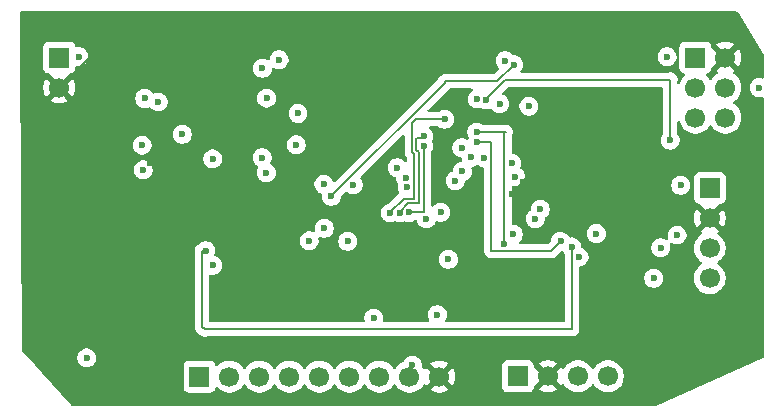
<source format=gbr>
%TF.GenerationSoftware,KiCad,Pcbnew,9.0.2*%
%TF.CreationDate,2025-06-26T23:30:40+05:30*%
%TF.ProjectId,MCU data logger,4d435520-6461-4746-9120-6c6f67676572,VERSION 1*%
%TF.SameCoordinates,Original*%
%TF.FileFunction,Copper,L3,Inr*%
%TF.FilePolarity,Positive*%
%FSLAX46Y46*%
G04 Gerber Fmt 4.6, Leading zero omitted, Abs format (unit mm)*
G04 Created by KiCad (PCBNEW 9.0.2) date 2025-06-26 23:30:40*
%MOMM*%
%LPD*%
G01*
G04 APERTURE LIST*
%TA.AperFunction,ComponentPad*%
%ADD10R,1.700000X1.700000*%
%TD*%
%TA.AperFunction,ComponentPad*%
%ADD11C,1.700000*%
%TD*%
%TA.AperFunction,ViaPad*%
%ADD12C,0.600000*%
%TD*%
%TA.AperFunction,Conductor*%
%ADD13C,0.200000*%
%TD*%
G04 APERTURE END LIST*
D10*
%TO.N,GND*%
%TO.C,J3*%
X150600000Y-78770000D03*
D11*
%TO.N,/VCC*%
X153140000Y-78770000D03*
%TO.N,/RX*%
X155680000Y-78770000D03*
%TO.N,/TX*%
X158220000Y-78770000D03*
%TD*%
D10*
%TO.N,/MISO*%
%TO.C,J4*%
X165630000Y-51790000D03*
D11*
%TO.N,/VCC*%
X168170000Y-51790000D03*
%TO.N,/SCK*%
X165630000Y-54330000D03*
%TO.N,/MOSI*%
X168170000Y-54330000D03*
%TO.N,/RESET*%
X165630000Y-56870000D03*
%TO.N,GND*%
X168170000Y-56870000D03*
%TD*%
D10*
%TO.N,GND*%
%TO.C,BT1*%
X111770000Y-51785000D03*
D11*
%TO.N,/VCC*%
X111770000Y-54325000D03*
%TD*%
D10*
%TO.N,GND*%
%TO.C,J1*%
X166850000Y-62830000D03*
D11*
%TO.N,/VCC*%
X166850000Y-65370000D03*
%TO.N,/SDA*%
X166850000Y-67910000D03*
%TO.N,/SCK*%
X166850000Y-70450000D03*
%TD*%
D10*
%TO.N,/D2*%
%TO.C,J2*%
X123640000Y-78800000D03*
D11*
%TO.N,/D3*%
X126180000Y-78800000D03*
%TO.N,/D4*%
X128720000Y-78800000D03*
%TO.N,/D5*%
X131260000Y-78800000D03*
%TO.N,/D6*%
X133800000Y-78800000D03*
%TO.N,/D7*%
X136340000Y-78800000D03*
%TO.N,/D8*%
X138880000Y-78800000D03*
%TO.N,GND*%
X141420000Y-78800000D03*
%TO.N,/VCC*%
X143960000Y-78800000D03*
%TD*%
D12*
%TO.N,/VCC*%
X151030000Y-62340000D03*
X134140000Y-57550000D03*
X143280000Y-76620000D03*
X116480000Y-68770000D03*
X117500000Y-50830000D03*
X154350000Y-63200000D03*
X150059999Y-63368527D03*
X137450000Y-73030000D03*
X162089000Y-60420000D03*
X119434246Y-60723316D03*
X142040000Y-54240000D03*
%TO.N,GND*%
X131830000Y-59180000D03*
X119010000Y-55250000D03*
X122190000Y-58285000D03*
X132920000Y-67310000D03*
X118870000Y-61300000D03*
X113430000Y-51710000D03*
X118780000Y-59200000D03*
X134200000Y-66250000D03*
X130380000Y-51970000D03*
X128975735Y-52704265D03*
X150060000Y-60720000D03*
X134180000Y-62510000D03*
X150390000Y-61860000D03*
X157250000Y-66690000D03*
X138400000Y-73850000D03*
X131980000Y-56520000D03*
X145910000Y-61430000D03*
X136190000Y-67350000D03*
X146630000Y-60230000D03*
X147760001Y-60279451D03*
X120160000Y-55550000D03*
X164080000Y-66810000D03*
X145303890Y-62208472D03*
X140400000Y-61110000D03*
X164390000Y-62600000D03*
X141660000Y-77820000D03*
%TO.N,Net-(U4-PB6)*%
X143790000Y-73560000D03*
X141238000Y-62740000D03*
%TO.N,Net-(U4-PB7)*%
X144060000Y-64890000D03*
X142857468Y-65459203D03*
X141086037Y-61954565D03*
X144720000Y-68870000D03*
%TO.N,/SCK*%
X128950000Y-60269000D03*
X162090000Y-70470000D03*
X145850000Y-59430000D03*
X124760000Y-60370000D03*
X124770000Y-69380000D03*
X152500000Y-64640000D03*
%TO.N,Net-(D1-K)*%
X134800000Y-63530000D03*
X150237928Y-52381850D03*
%TO.N,Net-(D2-K)*%
X114090000Y-77220000D03*
X155780000Y-68670000D03*
%TO.N,/SDA*%
X129310000Y-61540000D03*
X149510000Y-52050000D03*
X162689000Y-67890000D03*
X149060000Y-55690000D03*
X151536382Y-55900000D03*
X129320000Y-55216765D03*
%TO.N,/D3*%
X142622902Y-58460102D03*
X140580526Y-64929072D03*
%TO.N,/D2*%
X139780656Y-64943627D03*
X144390000Y-57010000D03*
%TO.N,/D4*%
X141380000Y-64900000D03*
X142610000Y-59260000D03*
%TO.N,/TX*%
X154210000Y-67360000D03*
X147160000Y-58920000D03*
%TO.N,/RX*%
X147110000Y-58090000D03*
X149460000Y-67590000D03*
%TO.N,/RESET*%
X147910000Y-55380000D03*
X136670000Y-62554565D03*
X163490000Y-58780000D03*
X147160000Y-55300000D03*
%TO.N,/MOSI*%
X171020000Y-54330000D03*
X150210000Y-66760000D03*
%TO.N,/MISO*%
X163230000Y-51720000D03*
X152070000Y-65430000D03*
%TO.N,Net-(U3-SQW{slash}~INT)*%
X124170000Y-68150000D03*
X155150000Y-67820000D03*
%TD*%
D13*
%TO.N,/VCC*%
X115265000Y-50830000D02*
X111770000Y-54325000D01*
X117500000Y-50830000D02*
X115265000Y-50830000D01*
X150059999Y-63368527D02*
X150059999Y-63310001D01*
X150059999Y-63310001D02*
X151030000Y-62340000D01*
%TO.N,Net-(D1-K)*%
X148829778Y-53790000D02*
X144430000Y-53790000D01*
X144430000Y-53900000D02*
X134800000Y-63530000D01*
X144430000Y-53790000D02*
X144430000Y-53900000D01*
X150237928Y-52381850D02*
X148829778Y-53790000D01*
%TO.N,/D3*%
X140580526Y-64929072D02*
X140580526Y-64849531D01*
X142009000Y-59580000D02*
X142009000Y-58661000D01*
X140580526Y-64849531D02*
X141300057Y-64130000D01*
X142030000Y-58640000D02*
X142443004Y-58640000D01*
X142239000Y-59810000D02*
X142009000Y-59580000D01*
X142443004Y-58640000D02*
X142622902Y-58460102D01*
X142239000Y-64130000D02*
X142239000Y-59810000D01*
X142009000Y-58661000D02*
X142030000Y-58640000D01*
X141300057Y-64130000D02*
X142239000Y-64130000D01*
%TO.N,/D2*%
X139780656Y-64943627D02*
X139780656Y-64878999D01*
X141608000Y-59746100D02*
X141608000Y-57289100D01*
X141887100Y-57010000D02*
X144390000Y-57010000D01*
X140930655Y-63729000D02*
X141838000Y-63729000D01*
X141608000Y-57289100D02*
X141853550Y-57043550D01*
X141853550Y-57043550D02*
X141887100Y-57010000D01*
X139780656Y-64878999D02*
X140930655Y-63729000D01*
X141838000Y-59976100D02*
X141608000Y-59746100D01*
X141838000Y-63729000D02*
X141838000Y-59976100D01*
%TO.N,/D4*%
X142640000Y-64900000D02*
X142640000Y-59290000D01*
X141380000Y-64900000D02*
X142640000Y-64900000D01*
X142640000Y-59290000D02*
X142610000Y-59260000D01*
%TO.N,/TX*%
X148401000Y-68191000D02*
X148360000Y-68150000D01*
X148360000Y-58910000D02*
X148350000Y-58900000D01*
X154210000Y-67360000D02*
X153379000Y-68191000D01*
X148360000Y-68150000D02*
X148360000Y-58910000D01*
X147180000Y-58900000D02*
X147160000Y-58920000D01*
X148350000Y-58900000D02*
X147180000Y-58900000D01*
X153379000Y-68191000D02*
X148401000Y-68191000D01*
%TO.N,/RX*%
X149460000Y-58210000D02*
X149580000Y-58090000D01*
X149580000Y-58090000D02*
X147110000Y-58090000D01*
X149460000Y-67590000D02*
X149460000Y-58210000D01*
%TO.N,/RESET*%
X149363439Y-53823439D02*
X147910000Y-55276878D01*
X147910000Y-55276878D02*
X147910000Y-55380000D01*
X163490000Y-58780000D02*
X163490000Y-53680000D01*
X163520000Y-53650000D02*
X163460000Y-53710000D01*
X163460000Y-53710000D02*
X149476878Y-53710000D01*
X149476878Y-53710000D02*
X149363439Y-53823439D01*
X163490000Y-53680000D02*
X163520000Y-53650000D01*
%TO.N,Net-(U3-SQW{slash}~INT)*%
X124160000Y-68140000D02*
X124170000Y-68150000D01*
X155180000Y-67850000D02*
X155180000Y-74780000D01*
X155180000Y-74780000D02*
X124120000Y-74780000D01*
X123860000Y-68140000D02*
X124160000Y-68140000D01*
X124120000Y-74780000D02*
X124090000Y-74810000D01*
X155150000Y-67820000D02*
X155180000Y-67850000D01*
X123860000Y-74580000D02*
X123860000Y-68140000D01*
X124090000Y-74810000D02*
X123860000Y-74580000D01*
%TD*%
%TA.AperFunction,Conductor*%
%TO.N,/VCC*%
G36*
X167704075Y-51982993D02*
G01*
X167769901Y-52097007D01*
X167862993Y-52190099D01*
X167977007Y-52255925D01*
X168040590Y-52272962D01*
X167408282Y-52905269D01*
X167408282Y-52905270D01*
X167462452Y-52944626D01*
X167462451Y-52944626D01*
X167471495Y-52949234D01*
X167522292Y-52997208D01*
X167539087Y-53065029D01*
X167516550Y-53131164D01*
X167471499Y-53170202D01*
X167462182Y-53174949D01*
X167290213Y-53299890D01*
X167139890Y-53450213D01*
X167014949Y-53622182D01*
X167010484Y-53630946D01*
X166962509Y-53681742D01*
X166894688Y-53698536D01*
X166828553Y-53675998D01*
X166789516Y-53630946D01*
X166785050Y-53622182D01*
X166660109Y-53450213D01*
X166546569Y-53336673D01*
X166513084Y-53275350D01*
X166518068Y-53205658D01*
X166559940Y-53149725D01*
X166590915Y-53132810D01*
X166722331Y-53083796D01*
X166837546Y-52997546D01*
X166923796Y-52882331D01*
X166974091Y-52747483D01*
X166980500Y-52687873D01*
X166980499Y-52677312D01*
X167000179Y-52610275D01*
X167016818Y-52589626D01*
X167687037Y-51919408D01*
X167704075Y-51982993D01*
G37*
%TD.AperFunction*%
%TA.AperFunction,Conductor*%
G36*
X169161654Y-47898685D02*
G01*
X169200296Y-47938134D01*
X171406315Y-51532210D01*
X171424634Y-51596953D01*
X171426467Y-53446207D01*
X171406849Y-53513266D01*
X171354090Y-53559073D01*
X171284942Y-53569085D01*
X171255022Y-53560894D01*
X171253504Y-53560265D01*
X171253497Y-53560263D01*
X171253495Y-53560262D01*
X171253489Y-53560261D01*
X171098845Y-53529500D01*
X171098842Y-53529500D01*
X170941158Y-53529500D01*
X170941155Y-53529500D01*
X170786510Y-53560261D01*
X170786498Y-53560264D01*
X170640827Y-53620602D01*
X170640814Y-53620609D01*
X170509711Y-53708210D01*
X170509707Y-53708213D01*
X170398213Y-53819707D01*
X170398210Y-53819711D01*
X170310609Y-53950814D01*
X170310602Y-53950827D01*
X170250264Y-54096498D01*
X170250261Y-54096510D01*
X170219500Y-54251153D01*
X170219500Y-54408846D01*
X170250261Y-54563489D01*
X170250264Y-54563501D01*
X170310602Y-54709172D01*
X170310609Y-54709185D01*
X170398210Y-54840288D01*
X170398213Y-54840292D01*
X170509707Y-54951786D01*
X170509711Y-54951789D01*
X170640814Y-55039390D01*
X170640827Y-55039397D01*
X170782563Y-55098105D01*
X170786503Y-55099737D01*
X170939967Y-55130263D01*
X170941153Y-55130499D01*
X170941156Y-55130500D01*
X170941158Y-55130500D01*
X171098844Y-55130500D01*
X171098845Y-55130499D01*
X171253497Y-55099737D01*
X171256758Y-55098385D01*
X171258604Y-55098187D01*
X171259324Y-55097969D01*
X171259365Y-55098105D01*
X171326227Y-55090913D01*
X171388708Y-55122184D01*
X171424364Y-55182271D01*
X171428217Y-55212821D01*
X171449920Y-77110132D01*
X171430302Y-77177191D01*
X171377543Y-77222998D01*
X171376544Y-77223451D01*
X162330188Y-81269182D01*
X162279500Y-81279986D01*
X112856921Y-81254628D01*
X112789892Y-81234909D01*
X112764444Y-81213164D01*
X110330207Y-78483869D01*
X109132650Y-77141153D01*
X113289500Y-77141153D01*
X113289500Y-77298846D01*
X113320261Y-77453489D01*
X113320264Y-77453501D01*
X113380602Y-77599172D01*
X113380609Y-77599185D01*
X113468210Y-77730288D01*
X113468213Y-77730292D01*
X113579707Y-77841786D01*
X113579711Y-77841789D01*
X113710814Y-77929390D01*
X113710827Y-77929397D01*
X113826105Y-77977146D01*
X113856503Y-77989737D01*
X114011153Y-78020499D01*
X114011156Y-78020500D01*
X114011158Y-78020500D01*
X114168844Y-78020500D01*
X114168845Y-78020499D01*
X114323497Y-77989737D01*
X114469179Y-77929394D01*
X114509975Y-77902135D01*
X122289500Y-77902135D01*
X122289500Y-79697870D01*
X122289501Y-79697876D01*
X122295908Y-79757483D01*
X122346202Y-79892328D01*
X122346206Y-79892335D01*
X122432452Y-80007544D01*
X122432455Y-80007547D01*
X122547664Y-80093793D01*
X122547671Y-80093797D01*
X122682517Y-80144091D01*
X122682516Y-80144091D01*
X122689444Y-80144835D01*
X122742127Y-80150500D01*
X124537872Y-80150499D01*
X124597483Y-80144091D01*
X124732331Y-80093796D01*
X124847546Y-80007546D01*
X124933796Y-79892331D01*
X124982810Y-79760916D01*
X125024681Y-79704984D01*
X125090145Y-79680566D01*
X125158418Y-79695417D01*
X125186673Y-79716569D01*
X125300213Y-79830109D01*
X125472179Y-79955048D01*
X125472181Y-79955049D01*
X125472184Y-79955051D01*
X125661588Y-80051557D01*
X125863757Y-80117246D01*
X126073713Y-80150500D01*
X126073714Y-80150500D01*
X126286286Y-80150500D01*
X126286287Y-80150500D01*
X126496243Y-80117246D01*
X126698412Y-80051557D01*
X126887816Y-79955051D01*
X126929112Y-79925048D01*
X127059786Y-79830109D01*
X127059788Y-79830106D01*
X127059792Y-79830104D01*
X127210104Y-79679792D01*
X127210106Y-79679788D01*
X127210109Y-79679786D01*
X127335048Y-79507820D01*
X127335047Y-79507820D01*
X127335051Y-79507816D01*
X127339514Y-79499054D01*
X127387488Y-79448259D01*
X127455308Y-79431463D01*
X127521444Y-79453999D01*
X127560486Y-79499056D01*
X127564951Y-79507820D01*
X127689890Y-79679786D01*
X127840213Y-79830109D01*
X128012179Y-79955048D01*
X128012181Y-79955049D01*
X128012184Y-79955051D01*
X128201588Y-80051557D01*
X128403757Y-80117246D01*
X128613713Y-80150500D01*
X128613714Y-80150500D01*
X128826286Y-80150500D01*
X128826287Y-80150500D01*
X129036243Y-80117246D01*
X129238412Y-80051557D01*
X129427816Y-79955051D01*
X129469112Y-79925048D01*
X129599786Y-79830109D01*
X129599788Y-79830106D01*
X129599792Y-79830104D01*
X129750104Y-79679792D01*
X129750106Y-79679788D01*
X129750109Y-79679786D01*
X129875048Y-79507820D01*
X129875047Y-79507820D01*
X129875051Y-79507816D01*
X129879514Y-79499054D01*
X129927488Y-79448259D01*
X129995308Y-79431463D01*
X130061444Y-79453999D01*
X130100486Y-79499056D01*
X130104951Y-79507820D01*
X130229890Y-79679786D01*
X130380213Y-79830109D01*
X130552179Y-79955048D01*
X130552181Y-79955049D01*
X130552184Y-79955051D01*
X130741588Y-80051557D01*
X130943757Y-80117246D01*
X131153713Y-80150500D01*
X131153714Y-80150500D01*
X131366286Y-80150500D01*
X131366287Y-80150500D01*
X131576243Y-80117246D01*
X131778412Y-80051557D01*
X131967816Y-79955051D01*
X132009112Y-79925048D01*
X132139786Y-79830109D01*
X132139788Y-79830106D01*
X132139792Y-79830104D01*
X132290104Y-79679792D01*
X132290106Y-79679788D01*
X132290109Y-79679786D01*
X132415048Y-79507820D01*
X132415047Y-79507820D01*
X132415051Y-79507816D01*
X132419514Y-79499054D01*
X132467488Y-79448259D01*
X132535308Y-79431463D01*
X132601444Y-79453999D01*
X132640486Y-79499056D01*
X132644951Y-79507820D01*
X132769890Y-79679786D01*
X132920213Y-79830109D01*
X133092179Y-79955048D01*
X133092181Y-79955049D01*
X133092184Y-79955051D01*
X133281588Y-80051557D01*
X133483757Y-80117246D01*
X133693713Y-80150500D01*
X133693714Y-80150500D01*
X133906286Y-80150500D01*
X133906287Y-80150500D01*
X134116243Y-80117246D01*
X134318412Y-80051557D01*
X134507816Y-79955051D01*
X134549112Y-79925048D01*
X134679786Y-79830109D01*
X134679788Y-79830106D01*
X134679792Y-79830104D01*
X134830104Y-79679792D01*
X134830106Y-79679788D01*
X134830109Y-79679786D01*
X134955048Y-79507820D01*
X134955047Y-79507820D01*
X134955051Y-79507816D01*
X134959514Y-79499054D01*
X135007488Y-79448259D01*
X135075308Y-79431463D01*
X135141444Y-79453999D01*
X135180486Y-79499056D01*
X135184951Y-79507820D01*
X135309890Y-79679786D01*
X135460213Y-79830109D01*
X135632179Y-79955048D01*
X135632181Y-79955049D01*
X135632184Y-79955051D01*
X135821588Y-80051557D01*
X136023757Y-80117246D01*
X136233713Y-80150500D01*
X136233714Y-80150500D01*
X136446286Y-80150500D01*
X136446287Y-80150500D01*
X136656243Y-80117246D01*
X136858412Y-80051557D01*
X137047816Y-79955051D01*
X137089112Y-79925048D01*
X137219786Y-79830109D01*
X137219788Y-79830106D01*
X137219792Y-79830104D01*
X137370104Y-79679792D01*
X137370106Y-79679788D01*
X137370109Y-79679786D01*
X137495048Y-79507820D01*
X137495047Y-79507820D01*
X137495051Y-79507816D01*
X137499514Y-79499054D01*
X137547488Y-79448259D01*
X137615308Y-79431463D01*
X137681444Y-79453999D01*
X137720486Y-79499056D01*
X137724951Y-79507820D01*
X137849890Y-79679786D01*
X138000213Y-79830109D01*
X138172179Y-79955048D01*
X138172181Y-79955049D01*
X138172184Y-79955051D01*
X138361588Y-80051557D01*
X138563757Y-80117246D01*
X138773713Y-80150500D01*
X138773714Y-80150500D01*
X138986286Y-80150500D01*
X138986287Y-80150500D01*
X139196243Y-80117246D01*
X139398412Y-80051557D01*
X139587816Y-79955051D01*
X139629112Y-79925048D01*
X139759786Y-79830109D01*
X139759788Y-79830106D01*
X139759792Y-79830104D01*
X139910104Y-79679792D01*
X139910106Y-79679788D01*
X139910109Y-79679786D01*
X140035048Y-79507820D01*
X140035047Y-79507820D01*
X140035051Y-79507816D01*
X140039514Y-79499054D01*
X140087488Y-79448259D01*
X140155308Y-79431463D01*
X140221444Y-79453999D01*
X140260486Y-79499056D01*
X140264951Y-79507820D01*
X140389890Y-79679786D01*
X140540213Y-79830109D01*
X140712179Y-79955048D01*
X140712181Y-79955049D01*
X140712184Y-79955051D01*
X140901588Y-80051557D01*
X141103757Y-80117246D01*
X141313713Y-80150500D01*
X141313714Y-80150500D01*
X141526286Y-80150500D01*
X141526287Y-80150500D01*
X141736243Y-80117246D01*
X141938412Y-80051557D01*
X142127816Y-79955051D01*
X142169112Y-79925048D01*
X142299786Y-79830109D01*
X142299788Y-79830106D01*
X142299792Y-79830104D01*
X142450104Y-79679792D01*
X142450106Y-79679788D01*
X142450109Y-79679786D01*
X142535890Y-79561717D01*
X142575051Y-79507816D01*
X142579793Y-79498508D01*
X142627763Y-79447711D01*
X142695583Y-79430911D01*
X142761719Y-79453445D01*
X142800763Y-79498500D01*
X142805373Y-79507547D01*
X142844728Y-79561716D01*
X143477036Y-78929407D01*
X143494075Y-78992993D01*
X143559901Y-79107007D01*
X143652993Y-79200099D01*
X143767007Y-79265925D01*
X143830590Y-79282962D01*
X143198282Y-79915269D01*
X143198282Y-79915270D01*
X143252449Y-79954624D01*
X143441782Y-80051095D01*
X143643870Y-80116757D01*
X143853754Y-80150000D01*
X144066246Y-80150000D01*
X144276127Y-80116757D01*
X144276130Y-80116757D01*
X144478217Y-80051095D01*
X144667554Y-79954622D01*
X144721716Y-79915270D01*
X144721717Y-79915270D01*
X144089408Y-79282962D01*
X144152993Y-79265925D01*
X144267007Y-79200099D01*
X144360099Y-79107007D01*
X144425925Y-78992993D01*
X144442962Y-78929408D01*
X145075270Y-79561717D01*
X145075270Y-79561716D01*
X145114622Y-79507554D01*
X145211095Y-79318217D01*
X145276757Y-79116130D01*
X145276757Y-79116127D01*
X145310000Y-78906246D01*
X145310000Y-78693753D01*
X145276757Y-78483872D01*
X145276757Y-78483869D01*
X145211095Y-78281782D01*
X145114624Y-78092449D01*
X145075270Y-78038282D01*
X145075269Y-78038282D01*
X144442962Y-78670590D01*
X144425925Y-78607007D01*
X144360099Y-78492993D01*
X144267007Y-78399901D01*
X144152993Y-78334075D01*
X144089409Y-78317037D01*
X144534310Y-77872135D01*
X149249500Y-77872135D01*
X149249500Y-79667870D01*
X149249501Y-79667876D01*
X149255908Y-79727483D01*
X149306202Y-79862328D01*
X149306206Y-79862335D01*
X149392452Y-79977544D01*
X149392455Y-79977547D01*
X149507664Y-80063793D01*
X149507671Y-80063797D01*
X149642517Y-80114091D01*
X149642516Y-80114091D01*
X149649444Y-80114835D01*
X149702127Y-80120500D01*
X151497872Y-80120499D01*
X151557483Y-80114091D01*
X151692331Y-80063796D01*
X151807546Y-79977546D01*
X151893796Y-79862331D01*
X151944091Y-79727483D01*
X151950500Y-79667873D01*
X151950499Y-79643979D01*
X151953330Y-79630963D01*
X151963940Y-79611525D01*
X151970179Y-79590275D01*
X151986803Y-79569643D01*
X151986808Y-79569636D01*
X151986811Y-79569634D01*
X151986818Y-79569626D01*
X152657037Y-78899408D01*
X152674075Y-78962993D01*
X152739901Y-79077007D01*
X152832993Y-79170099D01*
X152947007Y-79235925D01*
X153010590Y-79252962D01*
X152378282Y-79885269D01*
X152378282Y-79885270D01*
X152432449Y-79924624D01*
X152621782Y-80021095D01*
X152823870Y-80086757D01*
X153033754Y-80120000D01*
X153246246Y-80120000D01*
X153456127Y-80086757D01*
X153456130Y-80086757D01*
X153658217Y-80021095D01*
X153847554Y-79924622D01*
X153901716Y-79885270D01*
X153901717Y-79885270D01*
X153269408Y-79252962D01*
X153332993Y-79235925D01*
X153447007Y-79170099D01*
X153540099Y-79077007D01*
X153605925Y-78962993D01*
X153622962Y-78899408D01*
X154255270Y-79531717D01*
X154255270Y-79531716D01*
X154294622Y-79477555D01*
X154299232Y-79468507D01*
X154347205Y-79417709D01*
X154415025Y-79400912D01*
X154481161Y-79423447D01*
X154520204Y-79468504D01*
X154524949Y-79477817D01*
X154649890Y-79649786D01*
X154800213Y-79800109D01*
X154972179Y-79925048D01*
X154972181Y-79925049D01*
X154972184Y-79925051D01*
X155161588Y-80021557D01*
X155363757Y-80087246D01*
X155573713Y-80120500D01*
X155573714Y-80120500D01*
X155786286Y-80120500D01*
X155786287Y-80120500D01*
X155996243Y-80087246D01*
X156198412Y-80021557D01*
X156387816Y-79925051D01*
X156474138Y-79862335D01*
X156559786Y-79800109D01*
X156559788Y-79800106D01*
X156559792Y-79800104D01*
X156710104Y-79649792D01*
X156710106Y-79649788D01*
X156710109Y-79649786D01*
X156835048Y-79477820D01*
X156835050Y-79477817D01*
X156835051Y-79477816D01*
X156839514Y-79469054D01*
X156887488Y-79418259D01*
X156955308Y-79401463D01*
X157021444Y-79423999D01*
X157060486Y-79469056D01*
X157064951Y-79477820D01*
X157189890Y-79649786D01*
X157340213Y-79800109D01*
X157512179Y-79925048D01*
X157512181Y-79925049D01*
X157512184Y-79925051D01*
X157701588Y-80021557D01*
X157903757Y-80087246D01*
X158113713Y-80120500D01*
X158113714Y-80120500D01*
X158326286Y-80120500D01*
X158326287Y-80120500D01*
X158536243Y-80087246D01*
X158738412Y-80021557D01*
X158927816Y-79925051D01*
X159014138Y-79862335D01*
X159099786Y-79800109D01*
X159099788Y-79800106D01*
X159099792Y-79800104D01*
X159250104Y-79649792D01*
X159250106Y-79649788D01*
X159250109Y-79649786D01*
X159375048Y-79477820D01*
X159375050Y-79477817D01*
X159375051Y-79477816D01*
X159471557Y-79288412D01*
X159537246Y-79086243D01*
X159570500Y-78876287D01*
X159570500Y-78663713D01*
X159537246Y-78453757D01*
X159471557Y-78251588D01*
X159375051Y-78062184D01*
X159375049Y-78062181D01*
X159375048Y-78062179D01*
X159250109Y-77890213D01*
X159099786Y-77739890D01*
X158927820Y-77614951D01*
X158738414Y-77518444D01*
X158738413Y-77518443D01*
X158738412Y-77518443D01*
X158536243Y-77452754D01*
X158536241Y-77452753D01*
X158536240Y-77452753D01*
X158374957Y-77427208D01*
X158326287Y-77419500D01*
X158113713Y-77419500D01*
X158065042Y-77427208D01*
X157903760Y-77452753D01*
X157701585Y-77518444D01*
X157512179Y-77614951D01*
X157340213Y-77739890D01*
X157189890Y-77890213D01*
X157064949Y-78062182D01*
X157060484Y-78070946D01*
X157012509Y-78121742D01*
X156944688Y-78138536D01*
X156878553Y-78115998D01*
X156839516Y-78070946D01*
X156835050Y-78062182D01*
X156710109Y-77890213D01*
X156559786Y-77739890D01*
X156387820Y-77614951D01*
X156198414Y-77518444D01*
X156198413Y-77518443D01*
X156198412Y-77518443D01*
X155996243Y-77452754D01*
X155996241Y-77452753D01*
X155996240Y-77452753D01*
X155834957Y-77427208D01*
X155786287Y-77419500D01*
X155573713Y-77419500D01*
X155525042Y-77427208D01*
X155363760Y-77452753D01*
X155161585Y-77518444D01*
X154972179Y-77614951D01*
X154800213Y-77739890D01*
X154649890Y-77890213D01*
X154524949Y-78062182D01*
X154520202Y-78071499D01*
X154472227Y-78122293D01*
X154404405Y-78139087D01*
X154338271Y-78116548D01*
X154299234Y-78071495D01*
X154294626Y-78062452D01*
X154255270Y-78008282D01*
X154255269Y-78008282D01*
X153622962Y-78640590D01*
X153605925Y-78577007D01*
X153540099Y-78462993D01*
X153447007Y-78369901D01*
X153332993Y-78304075D01*
X153269409Y-78287037D01*
X153901716Y-77654728D01*
X153847550Y-77615375D01*
X153658217Y-77518904D01*
X153456129Y-77453242D01*
X153246246Y-77420000D01*
X153033754Y-77420000D01*
X152823872Y-77453242D01*
X152823869Y-77453242D01*
X152621782Y-77518904D01*
X152432439Y-77615380D01*
X152378282Y-77654727D01*
X152378282Y-77654728D01*
X153010591Y-78287037D01*
X152947007Y-78304075D01*
X152832993Y-78369901D01*
X152739901Y-78462993D01*
X152674075Y-78577007D01*
X152657037Y-78640590D01*
X151986818Y-77970371D01*
X151953333Y-77909048D01*
X151953330Y-77909035D01*
X151950499Y-77896014D01*
X151950499Y-77872128D01*
X151944091Y-77812517D01*
X151904986Y-77707671D01*
X151893798Y-77677673D01*
X151893793Y-77677664D01*
X151807547Y-77562455D01*
X151807544Y-77562452D01*
X151692335Y-77476206D01*
X151692328Y-77476202D01*
X151557482Y-77425908D01*
X151557483Y-77425908D01*
X151497883Y-77419501D01*
X151497881Y-77419500D01*
X151497873Y-77419500D01*
X151497864Y-77419500D01*
X149702129Y-77419500D01*
X149702123Y-77419501D01*
X149642516Y-77425908D01*
X149507671Y-77476202D01*
X149507664Y-77476206D01*
X149392455Y-77562452D01*
X149392452Y-77562455D01*
X149306206Y-77677664D01*
X149306202Y-77677671D01*
X149255908Y-77812517D01*
X149249501Y-77872116D01*
X149249500Y-77872135D01*
X144534310Y-77872135D01*
X144625320Y-77781125D01*
X144721716Y-77684728D01*
X144667550Y-77645375D01*
X144478217Y-77548904D01*
X144276129Y-77483242D01*
X144066246Y-77450000D01*
X143853754Y-77450000D01*
X143643872Y-77483242D01*
X143643869Y-77483242D01*
X143441782Y-77548904D01*
X143252439Y-77645380D01*
X143198282Y-77684727D01*
X143198282Y-77684728D01*
X143830591Y-78317037D01*
X143767007Y-78334075D01*
X143652993Y-78399901D01*
X143559901Y-78492993D01*
X143494075Y-78607007D01*
X143477037Y-78670591D01*
X142844728Y-78038282D01*
X142844727Y-78038282D01*
X142805380Y-78092440D01*
X142805376Y-78092446D01*
X142800760Y-78101505D01*
X142798124Y-78104294D01*
X142797191Y-78108019D01*
X142774318Y-78129496D01*
X142752781Y-78152297D01*
X142749055Y-78153219D01*
X142746257Y-78155847D01*
X142715411Y-78161548D01*
X142684959Y-78169087D01*
X142681325Y-78167848D01*
X142677551Y-78168546D01*
X142648516Y-78156664D01*
X142618826Y-78146543D01*
X142615408Y-78143115D01*
X142612886Y-78142083D01*
X142606190Y-78133870D01*
X142588726Y-78116355D01*
X142583742Y-78109243D01*
X142575051Y-78092184D01*
X142483543Y-77966233D01*
X142482946Y-77965381D01*
X142472095Y-77933238D01*
X142460702Y-77901306D01*
X142460645Y-77899318D01*
X142460599Y-77899181D01*
X142460637Y-77899029D01*
X142460500Y-77894227D01*
X142460500Y-77741157D01*
X142460499Y-77741152D01*
X142446572Y-77671136D01*
X142429737Y-77586503D01*
X142419775Y-77562452D01*
X142369397Y-77440827D01*
X142369390Y-77440814D01*
X142281789Y-77309711D01*
X142281786Y-77309707D01*
X142170292Y-77198213D01*
X142170288Y-77198210D01*
X142039185Y-77110609D01*
X142039172Y-77110602D01*
X141893501Y-77050264D01*
X141893489Y-77050261D01*
X141738845Y-77019500D01*
X141738842Y-77019500D01*
X141581158Y-77019500D01*
X141581155Y-77019500D01*
X141426510Y-77050261D01*
X141426498Y-77050264D01*
X141280827Y-77110602D01*
X141280814Y-77110609D01*
X141149711Y-77198210D01*
X141149707Y-77198213D01*
X141038213Y-77309707D01*
X141038210Y-77309711D01*
X140950609Y-77440814D01*
X140950604Y-77440824D01*
X140924721Y-77503312D01*
X140880880Y-77557715D01*
X140866455Y-77566344D01*
X140712179Y-77644951D01*
X140540213Y-77769890D01*
X140389890Y-77920213D01*
X140264949Y-78092182D01*
X140260484Y-78100946D01*
X140212509Y-78151742D01*
X140144688Y-78168536D01*
X140078553Y-78145998D01*
X140039516Y-78100946D01*
X140035050Y-78092182D01*
X139910109Y-77920213D01*
X139759786Y-77769890D01*
X139587820Y-77644951D01*
X139398414Y-77548444D01*
X139398413Y-77548443D01*
X139398412Y-77548443D01*
X139196243Y-77482754D01*
X139196241Y-77482753D01*
X139196240Y-77482753D01*
X139034957Y-77457208D01*
X138986287Y-77449500D01*
X138773713Y-77449500D01*
X138725042Y-77457208D01*
X138563760Y-77482753D01*
X138469494Y-77513382D01*
X138366719Y-77546776D01*
X138361585Y-77548444D01*
X138172179Y-77644951D01*
X138000213Y-77769890D01*
X137849890Y-77920213D01*
X137724949Y-78092182D01*
X137720484Y-78100946D01*
X137672509Y-78151742D01*
X137604688Y-78168536D01*
X137538553Y-78145998D01*
X137499516Y-78100946D01*
X137495050Y-78092182D01*
X137370109Y-77920213D01*
X137219786Y-77769890D01*
X137047820Y-77644951D01*
X136858414Y-77548444D01*
X136858413Y-77548443D01*
X136858412Y-77548443D01*
X136656243Y-77482754D01*
X136656241Y-77482753D01*
X136656240Y-77482753D01*
X136494957Y-77457208D01*
X136446287Y-77449500D01*
X136233713Y-77449500D01*
X136185042Y-77457208D01*
X136023760Y-77482753D01*
X135929494Y-77513382D01*
X135826719Y-77546776D01*
X135821585Y-77548444D01*
X135632179Y-77644951D01*
X135460213Y-77769890D01*
X135309890Y-77920213D01*
X135184949Y-78092182D01*
X135180484Y-78100946D01*
X135132509Y-78151742D01*
X135064688Y-78168536D01*
X134998553Y-78145998D01*
X134959516Y-78100946D01*
X134955050Y-78092182D01*
X134830109Y-77920213D01*
X134679786Y-77769890D01*
X134507820Y-77644951D01*
X134318414Y-77548444D01*
X134318413Y-77548443D01*
X134318412Y-77548443D01*
X134116243Y-77482754D01*
X134116241Y-77482753D01*
X134116240Y-77482753D01*
X133954957Y-77457208D01*
X133906287Y-77449500D01*
X133693713Y-77449500D01*
X133645042Y-77457208D01*
X133483760Y-77482753D01*
X133389494Y-77513382D01*
X133286719Y-77546776D01*
X133281585Y-77548444D01*
X133092179Y-77644951D01*
X132920213Y-77769890D01*
X132769890Y-77920213D01*
X132644949Y-78092182D01*
X132640484Y-78100946D01*
X132592509Y-78151742D01*
X132524688Y-78168536D01*
X132458553Y-78145998D01*
X132419516Y-78100946D01*
X132415050Y-78092182D01*
X132290109Y-77920213D01*
X132139786Y-77769890D01*
X131967820Y-77644951D01*
X131778414Y-77548444D01*
X131778413Y-77548443D01*
X131778412Y-77548443D01*
X131576243Y-77482754D01*
X131576241Y-77482753D01*
X131576240Y-77482753D01*
X131414957Y-77457208D01*
X131366287Y-77449500D01*
X131153713Y-77449500D01*
X131105042Y-77457208D01*
X130943760Y-77482753D01*
X130849494Y-77513382D01*
X130746719Y-77546776D01*
X130741585Y-77548444D01*
X130552179Y-77644951D01*
X130380213Y-77769890D01*
X130229890Y-77920213D01*
X130104949Y-78092182D01*
X130100484Y-78100946D01*
X130052509Y-78151742D01*
X129984688Y-78168536D01*
X129918553Y-78145998D01*
X129879516Y-78100946D01*
X129875050Y-78092182D01*
X129750109Y-77920213D01*
X129599786Y-77769890D01*
X129427820Y-77644951D01*
X129238414Y-77548444D01*
X129238413Y-77548443D01*
X129238412Y-77548443D01*
X129036243Y-77482754D01*
X129036241Y-77482753D01*
X129036240Y-77482753D01*
X128874957Y-77457208D01*
X128826287Y-77449500D01*
X128613713Y-77449500D01*
X128565042Y-77457208D01*
X128403760Y-77482753D01*
X128309494Y-77513382D01*
X128206719Y-77546776D01*
X128201585Y-77548444D01*
X128012179Y-77644951D01*
X127840213Y-77769890D01*
X127689890Y-77920213D01*
X127564949Y-78092182D01*
X127560484Y-78100946D01*
X127512509Y-78151742D01*
X127444688Y-78168536D01*
X127378553Y-78145998D01*
X127339516Y-78100946D01*
X127335050Y-78092182D01*
X127210109Y-77920213D01*
X127059786Y-77769890D01*
X126887820Y-77644951D01*
X126698414Y-77548444D01*
X126698413Y-77548443D01*
X126698412Y-77548443D01*
X126496243Y-77482754D01*
X126496241Y-77482753D01*
X126496240Y-77482753D01*
X126334957Y-77457208D01*
X126286287Y-77449500D01*
X126073713Y-77449500D01*
X126025042Y-77457208D01*
X125863760Y-77482753D01*
X125769494Y-77513382D01*
X125666719Y-77546776D01*
X125661585Y-77548444D01*
X125472179Y-77644951D01*
X125300215Y-77769889D01*
X125186673Y-77883431D01*
X125125350Y-77916915D01*
X125055658Y-77911931D01*
X124999725Y-77870059D01*
X124982810Y-77839082D01*
X124933797Y-77707671D01*
X124933793Y-77707664D01*
X124847547Y-77592455D01*
X124847544Y-77592452D01*
X124732335Y-77506206D01*
X124732328Y-77506202D01*
X124597482Y-77455908D01*
X124597483Y-77455908D01*
X124537883Y-77449501D01*
X124537881Y-77449500D01*
X124537873Y-77449500D01*
X124537864Y-77449500D01*
X122742129Y-77449500D01*
X122742123Y-77449501D01*
X122682516Y-77455908D01*
X122547671Y-77506202D01*
X122547664Y-77506206D01*
X122432455Y-77592452D01*
X122432452Y-77592455D01*
X122346206Y-77707664D01*
X122346202Y-77707671D01*
X122295908Y-77842517D01*
X122289501Y-77902116D01*
X122289500Y-77902135D01*
X114509975Y-77902135D01*
X114600289Y-77841789D01*
X114602996Y-77839082D01*
X114630954Y-77811125D01*
X114711786Y-77730292D01*
X114711789Y-77730289D01*
X114799394Y-77599179D01*
X114859737Y-77453497D01*
X114890500Y-77298842D01*
X114890500Y-77141158D01*
X114890500Y-77141155D01*
X114890499Y-77141153D01*
X114884422Y-77110602D01*
X114859737Y-76986503D01*
X114817353Y-76884177D01*
X114799397Y-76840827D01*
X114799390Y-76840814D01*
X114711789Y-76709711D01*
X114711786Y-76709707D01*
X114600292Y-76598213D01*
X114600288Y-76598210D01*
X114469185Y-76510609D01*
X114469172Y-76510602D01*
X114323501Y-76450264D01*
X114323489Y-76450261D01*
X114168845Y-76419500D01*
X114168842Y-76419500D01*
X114011158Y-76419500D01*
X114011155Y-76419500D01*
X113856510Y-76450261D01*
X113856498Y-76450264D01*
X113710827Y-76510602D01*
X113710814Y-76510609D01*
X113579711Y-76598210D01*
X113579707Y-76598213D01*
X113468213Y-76709707D01*
X113468210Y-76709711D01*
X113380609Y-76840814D01*
X113380602Y-76840827D01*
X113320264Y-76986498D01*
X113320261Y-76986510D01*
X113289500Y-77141153D01*
X109132650Y-77141153D01*
X108641565Y-76590543D01*
X108611634Y-76527411D01*
X108610109Y-76508786D01*
X108598640Y-74659054D01*
X123259498Y-74659054D01*
X123259499Y-74659057D01*
X123300423Y-74811785D01*
X123327715Y-74859056D01*
X123327717Y-74859058D01*
X123379479Y-74948714D01*
X123379481Y-74948717D01*
X123498349Y-75067585D01*
X123498355Y-75067590D01*
X123609481Y-75178716D01*
X123721284Y-75290519D01*
X123858215Y-75369577D01*
X124010943Y-75410501D01*
X124010946Y-75410501D01*
X124169055Y-75410501D01*
X124169057Y-75410501D01*
X124265252Y-75384724D01*
X124297346Y-75380500D01*
X155259055Y-75380500D01*
X155259057Y-75380500D01*
X155411784Y-75339577D01*
X155548716Y-75260520D01*
X155660520Y-75148716D01*
X155739577Y-75011784D01*
X155780500Y-74859057D01*
X155780500Y-70391153D01*
X161289500Y-70391153D01*
X161289500Y-70548846D01*
X161320261Y-70703489D01*
X161320264Y-70703501D01*
X161380602Y-70849172D01*
X161380609Y-70849185D01*
X161468210Y-70980288D01*
X161468213Y-70980292D01*
X161579707Y-71091786D01*
X161579711Y-71091789D01*
X161710814Y-71179390D01*
X161710827Y-71179397D01*
X161856498Y-71239735D01*
X161856503Y-71239737D01*
X162011153Y-71270499D01*
X162011156Y-71270500D01*
X162011158Y-71270500D01*
X162168844Y-71270500D01*
X162168845Y-71270499D01*
X162323497Y-71239737D01*
X162469179Y-71179394D01*
X162600289Y-71091789D01*
X162711789Y-70980289D01*
X162799394Y-70849179D01*
X162859737Y-70703497D01*
X162890500Y-70548842D01*
X162890500Y-70391158D01*
X162890500Y-70391155D01*
X162890499Y-70391153D01*
X162859737Y-70236503D01*
X162833400Y-70172919D01*
X162799397Y-70090827D01*
X162799390Y-70090814D01*
X162711789Y-69959711D01*
X162711786Y-69959707D01*
X162600292Y-69848213D01*
X162600288Y-69848210D01*
X162469185Y-69760609D01*
X162469172Y-69760602D01*
X162323501Y-69700264D01*
X162323489Y-69700261D01*
X162168845Y-69669500D01*
X162168842Y-69669500D01*
X162011158Y-69669500D01*
X162011155Y-69669500D01*
X161856510Y-69700261D01*
X161856498Y-69700264D01*
X161710827Y-69760602D01*
X161710814Y-69760609D01*
X161579711Y-69848210D01*
X161579707Y-69848213D01*
X161468213Y-69959707D01*
X161468210Y-69959711D01*
X161380609Y-70090814D01*
X161380602Y-70090827D01*
X161320264Y-70236498D01*
X161320261Y-70236510D01*
X161289500Y-70391153D01*
X155780500Y-70391153D01*
X155780500Y-69587847D01*
X155800185Y-69520808D01*
X155852989Y-69475053D01*
X155880309Y-69466230D01*
X155917450Y-69458842D01*
X156013497Y-69439737D01*
X156159179Y-69379394D01*
X156290289Y-69291789D01*
X156401789Y-69180289D01*
X156489394Y-69049179D01*
X156549737Y-68903497D01*
X156580500Y-68748842D01*
X156580500Y-68591158D01*
X156580500Y-68591155D01*
X156580499Y-68591153D01*
X156572214Y-68549501D01*
X156549737Y-68436503D01*
X156548261Y-68432940D01*
X156489397Y-68290827D01*
X156489390Y-68290814D01*
X156401789Y-68159711D01*
X156401786Y-68159707D01*
X156290292Y-68048213D01*
X156290288Y-68048210D01*
X156159185Y-67960609D01*
X156159176Y-67960604D01*
X156060247Y-67919627D01*
X156027047Y-67905875D01*
X155972644Y-67862034D01*
X155955709Y-67811153D01*
X161888500Y-67811153D01*
X161888500Y-67968846D01*
X161919261Y-68123489D01*
X161919264Y-68123501D01*
X161979602Y-68269172D01*
X161979609Y-68269185D01*
X162067210Y-68400288D01*
X162067213Y-68400292D01*
X162178707Y-68511786D01*
X162178711Y-68511789D01*
X162309814Y-68599390D01*
X162309827Y-68599397D01*
X162455498Y-68659735D01*
X162455503Y-68659737D01*
X162610153Y-68690499D01*
X162610156Y-68690500D01*
X162610158Y-68690500D01*
X162767844Y-68690500D01*
X162767845Y-68690499D01*
X162922497Y-68659737D01*
X163041939Y-68610263D01*
X163068172Y-68599397D01*
X163068172Y-68599396D01*
X163068179Y-68599394D01*
X163199289Y-68511789D01*
X163310789Y-68400289D01*
X163398394Y-68269179D01*
X163458737Y-68123497D01*
X163489500Y-67968842D01*
X163489500Y-67811158D01*
X163458737Y-67656503D01*
X163440287Y-67611960D01*
X163438014Y-67602531D01*
X163439270Y-67576937D01*
X163436531Y-67551457D01*
X163440955Y-67542618D01*
X163441440Y-67532746D01*
X163456336Y-67511891D01*
X163467806Y-67488978D01*
X163476305Y-67483935D01*
X163482051Y-67475891D01*
X163505856Y-67466400D01*
X163527894Y-67453325D01*
X163537771Y-67453677D01*
X163546954Y-67450017D01*
X163572111Y-67454903D01*
X163597719Y-67455818D01*
X163611471Y-67462549D01*
X163615542Y-67463340D01*
X163618115Y-67465801D01*
X163627452Y-67470371D01*
X163700814Y-67519390D01*
X163700827Y-67519397D01*
X163800060Y-67560500D01*
X163846503Y-67579737D01*
X164001153Y-67610499D01*
X164001156Y-67610500D01*
X164001158Y-67610500D01*
X164158844Y-67610500D01*
X164158845Y-67610499D01*
X164313497Y-67579737D01*
X164459179Y-67519394D01*
X164590289Y-67431789D01*
X164701789Y-67320289D01*
X164789394Y-67189179D01*
X164849737Y-67043497D01*
X164880500Y-66888842D01*
X164880500Y-66731158D01*
X164880500Y-66731155D01*
X164880499Y-66731153D01*
X164866036Y-66658443D01*
X164849737Y-66576503D01*
X164849735Y-66576498D01*
X164789397Y-66430827D01*
X164789390Y-66430814D01*
X164701789Y-66299711D01*
X164701786Y-66299707D01*
X164590292Y-66188213D01*
X164590288Y-66188210D01*
X164459185Y-66100609D01*
X164459172Y-66100602D01*
X164313501Y-66040264D01*
X164313489Y-66040261D01*
X164158845Y-66009500D01*
X164158842Y-66009500D01*
X164001158Y-66009500D01*
X164001155Y-66009500D01*
X163846510Y-66040261D01*
X163846498Y-66040264D01*
X163700827Y-66100602D01*
X163700814Y-66100609D01*
X163569711Y-66188210D01*
X163569707Y-66188213D01*
X163458213Y-66299707D01*
X163458210Y-66299711D01*
X163370609Y-66430814D01*
X163370602Y-66430827D01*
X163310264Y-66576498D01*
X163310261Y-66576510D01*
X163279500Y-66731153D01*
X163279500Y-66888846D01*
X163310261Y-67043489D01*
X163310264Y-67043501D01*
X163324999Y-67079074D01*
X163332468Y-67148543D01*
X163301192Y-67211022D01*
X163241103Y-67246674D01*
X163171278Y-67244180D01*
X163141548Y-67229628D01*
X163068190Y-67180612D01*
X163068172Y-67180602D01*
X162922501Y-67120264D01*
X162922489Y-67120261D01*
X162767845Y-67089500D01*
X162767842Y-67089500D01*
X162610158Y-67089500D01*
X162610155Y-67089500D01*
X162455510Y-67120261D01*
X162455498Y-67120264D01*
X162309827Y-67180602D01*
X162309814Y-67180609D01*
X162178711Y-67268210D01*
X162178707Y-67268213D01*
X162067213Y-67379707D01*
X162067210Y-67379711D01*
X161979609Y-67510814D01*
X161979602Y-67510827D01*
X161919264Y-67656498D01*
X161919261Y-67656510D01*
X161888500Y-67811153D01*
X155955709Y-67811153D01*
X155950579Y-67795739D01*
X155950500Y-67791314D01*
X155950500Y-67741155D01*
X155950499Y-67741153D01*
X155940159Y-67689172D01*
X155919737Y-67586503D01*
X155916935Y-67579738D01*
X155859397Y-67440827D01*
X155859390Y-67440814D01*
X155771789Y-67309711D01*
X155771786Y-67309707D01*
X155660292Y-67198213D01*
X155660288Y-67198210D01*
X155529185Y-67110609D01*
X155529172Y-67110602D01*
X155383501Y-67050264D01*
X155383489Y-67050261D01*
X155228845Y-67019500D01*
X155228842Y-67019500D01*
X155071158Y-67019500D01*
X155071157Y-67019500D01*
X155041270Y-67025444D01*
X154971679Y-67019215D01*
X154916502Y-66976350D01*
X154913980Y-66972717D01*
X154831789Y-66849711D01*
X154831786Y-66849707D01*
X154720292Y-66738213D01*
X154720288Y-66738210D01*
X154675327Y-66708168D01*
X154589185Y-66650609D01*
X154589172Y-66650602D01*
X154493932Y-66611153D01*
X156449500Y-66611153D01*
X156449500Y-66768846D01*
X156480261Y-66923489D01*
X156480264Y-66923501D01*
X156540602Y-67069172D01*
X156540609Y-67069185D01*
X156628210Y-67200288D01*
X156628213Y-67200292D01*
X156739707Y-67311786D01*
X156739711Y-67311789D01*
X156870814Y-67399390D01*
X156870827Y-67399397D01*
X157016498Y-67459735D01*
X157016503Y-67459737D01*
X157171153Y-67490499D01*
X157171156Y-67490500D01*
X157171158Y-67490500D01*
X157328844Y-67490500D01*
X157328845Y-67490499D01*
X157483497Y-67459737D01*
X157629179Y-67399394D01*
X157760289Y-67311789D01*
X157871789Y-67200289D01*
X157959394Y-67069179D01*
X157969401Y-67045021D01*
X157980749Y-67017624D01*
X158019737Y-66923497D01*
X158050500Y-66768842D01*
X158050500Y-66611158D01*
X158050500Y-66611155D01*
X158050499Y-66611153D01*
X158044355Y-66580264D01*
X158019737Y-66456503D01*
X158009096Y-66430814D01*
X157959397Y-66310827D01*
X157959390Y-66310814D01*
X157871789Y-66179711D01*
X157871786Y-66179707D01*
X157760292Y-66068213D01*
X157760288Y-66068210D01*
X157629185Y-65980609D01*
X157629172Y-65980602D01*
X157483501Y-65920264D01*
X157483489Y-65920261D01*
X157328845Y-65889500D01*
X157328842Y-65889500D01*
X157171158Y-65889500D01*
X157171155Y-65889500D01*
X157016510Y-65920261D01*
X157016498Y-65920264D01*
X156870827Y-65980602D01*
X156870814Y-65980609D01*
X156739711Y-66068210D01*
X156739707Y-66068213D01*
X156628213Y-66179707D01*
X156628210Y-66179711D01*
X156540609Y-66310814D01*
X156540602Y-66310827D01*
X156480264Y-66456498D01*
X156480261Y-66456510D01*
X156449500Y-66611153D01*
X154493932Y-66611153D01*
X154443501Y-66590264D01*
X154443489Y-66590261D01*
X154288845Y-66559500D01*
X154288842Y-66559500D01*
X154131158Y-66559500D01*
X154131155Y-66559500D01*
X153976510Y-66590261D01*
X153976498Y-66590264D01*
X153830827Y-66650602D01*
X153830814Y-66650609D01*
X153699711Y-66738210D01*
X153699707Y-66738213D01*
X153588213Y-66849707D01*
X153588210Y-66849711D01*
X153500609Y-66980814D01*
X153500602Y-66980827D01*
X153440264Y-67126498D01*
X153440261Y-67126508D01*
X153409361Y-67281850D01*
X153376976Y-67343761D01*
X153375425Y-67345339D01*
X153166584Y-67554181D01*
X153105261Y-67587666D01*
X153078903Y-67590500D01*
X150810941Y-67590500D01*
X150743902Y-67570815D01*
X150698147Y-67518011D01*
X150688203Y-67448853D01*
X150717228Y-67385297D01*
X150723260Y-67378819D01*
X150831786Y-67270292D01*
X150831789Y-67270289D01*
X150919394Y-67139179D01*
X150924643Y-67126508D01*
X150956126Y-67050499D01*
X150979737Y-66993497D01*
X151010500Y-66838842D01*
X151010500Y-66681158D01*
X151010500Y-66681155D01*
X151010499Y-66681153D01*
X150996575Y-66611153D01*
X150979737Y-66526503D01*
X150962658Y-66485270D01*
X150919397Y-66380827D01*
X150919390Y-66380814D01*
X150831789Y-66249711D01*
X150831786Y-66249707D01*
X150720292Y-66138213D01*
X150720288Y-66138210D01*
X150589185Y-66050609D01*
X150589172Y-66050602D01*
X150443501Y-65990264D01*
X150443489Y-65990261D01*
X150288845Y-65959500D01*
X150288842Y-65959500D01*
X150184500Y-65959500D01*
X150117461Y-65939815D01*
X150071706Y-65887011D01*
X150060500Y-65835500D01*
X150060500Y-65351153D01*
X151269500Y-65351153D01*
X151269500Y-65508846D01*
X151300261Y-65663489D01*
X151300264Y-65663501D01*
X151360602Y-65809172D01*
X151360609Y-65809185D01*
X151448210Y-65940288D01*
X151448213Y-65940292D01*
X151559707Y-66051786D01*
X151559711Y-66051789D01*
X151690814Y-66139390D01*
X151690827Y-66139397D01*
X151808681Y-66188213D01*
X151836503Y-66199737D01*
X151991153Y-66230499D01*
X151991156Y-66230500D01*
X151991158Y-66230500D01*
X152148844Y-66230500D01*
X152148845Y-66230499D01*
X152303497Y-66199737D01*
X152449179Y-66139394D01*
X152580289Y-66051789D01*
X152691789Y-65940289D01*
X152779394Y-65809179D01*
X152839737Y-65663497D01*
X152870500Y-65508842D01*
X152870500Y-65421472D01*
X152890185Y-65354433D01*
X152925607Y-65318371D01*
X153010289Y-65261789D01*
X153010292Y-65261786D01*
X153100879Y-65171200D01*
X153121786Y-65150292D01*
X153121789Y-65150289D01*
X153209394Y-65019179D01*
X153269737Y-64873497D01*
X153300500Y-64718842D01*
X153300500Y-64561158D01*
X153300500Y-64561155D01*
X153300499Y-64561153D01*
X153269738Y-64406510D01*
X153269737Y-64406503D01*
X153264658Y-64394241D01*
X153209397Y-64260827D01*
X153209390Y-64260814D01*
X153121789Y-64129711D01*
X153121786Y-64129707D01*
X153010292Y-64018213D01*
X153010288Y-64018210D01*
X152879185Y-63930609D01*
X152879172Y-63930602D01*
X152733501Y-63870264D01*
X152733489Y-63870261D01*
X152578845Y-63839500D01*
X152578842Y-63839500D01*
X152421158Y-63839500D01*
X152421155Y-63839500D01*
X152266510Y-63870261D01*
X152266498Y-63870264D01*
X152120827Y-63930602D01*
X152120814Y-63930609D01*
X151989711Y-64018210D01*
X151989707Y-64018213D01*
X151878213Y-64129707D01*
X151878210Y-64129711D01*
X151790609Y-64260814D01*
X151790602Y-64260827D01*
X151730264Y-64406498D01*
X151730261Y-64406510D01*
X151699500Y-64561153D01*
X151699500Y-64648527D01*
X151679815Y-64715566D01*
X151644391Y-64751629D01*
X151559711Y-64808210D01*
X151559707Y-64808213D01*
X151448213Y-64919707D01*
X151448210Y-64919711D01*
X151360609Y-65050814D01*
X151360602Y-65050827D01*
X151300264Y-65196498D01*
X151300261Y-65196510D01*
X151269500Y-65351153D01*
X150060500Y-65351153D01*
X150060500Y-62761735D01*
X150080185Y-62694696D01*
X150132989Y-62648941D01*
X150202147Y-62638997D01*
X150208688Y-62640117D01*
X150224353Y-62643233D01*
X150311155Y-62660500D01*
X150311158Y-62660500D01*
X150468844Y-62660500D01*
X150468845Y-62660499D01*
X150623497Y-62629737D01*
X150769179Y-62569394D01*
X150841377Y-62521153D01*
X163589500Y-62521153D01*
X163589500Y-62678846D01*
X163620261Y-62833489D01*
X163620264Y-62833501D01*
X163680602Y-62979172D01*
X163680609Y-62979185D01*
X163768210Y-63110288D01*
X163768213Y-63110292D01*
X163879707Y-63221786D01*
X163879711Y-63221789D01*
X164010814Y-63309390D01*
X164010827Y-63309397D01*
X164133686Y-63360286D01*
X164156503Y-63369737D01*
X164311153Y-63400499D01*
X164311156Y-63400500D01*
X164311158Y-63400500D01*
X164468844Y-63400500D01*
X164468845Y-63400499D01*
X164623497Y-63369737D01*
X164736166Y-63323067D01*
X164769172Y-63309397D01*
X164769172Y-63309396D01*
X164769179Y-63309394D01*
X164900289Y-63221789D01*
X165011789Y-63110289D01*
X165099394Y-62979179D01*
X165159737Y-62833497D01*
X165190500Y-62678842D01*
X165190500Y-62521158D01*
X165190500Y-62521155D01*
X165190499Y-62521153D01*
X165174748Y-62441969D01*
X165159737Y-62366503D01*
X165148966Y-62340499D01*
X165099397Y-62220827D01*
X165099390Y-62220814D01*
X165011789Y-62089711D01*
X165011786Y-62089707D01*
X164900292Y-61978213D01*
X164900288Y-61978210D01*
X164831333Y-61932135D01*
X165499500Y-61932135D01*
X165499500Y-63727870D01*
X165499501Y-63727876D01*
X165505908Y-63787483D01*
X165556202Y-63922328D01*
X165556206Y-63922335D01*
X165642452Y-64037544D01*
X165642455Y-64037547D01*
X165757664Y-64123793D01*
X165757671Y-64123797D01*
X165761165Y-64125100D01*
X165892517Y-64174091D01*
X165952127Y-64180500D01*
X165962685Y-64180499D01*
X166029723Y-64200179D01*
X166050372Y-64216818D01*
X166720591Y-64887037D01*
X166657007Y-64904075D01*
X166542993Y-64969901D01*
X166449901Y-65062993D01*
X166384075Y-65177007D01*
X166367037Y-65240591D01*
X165734728Y-64608282D01*
X165734727Y-64608282D01*
X165695380Y-64662439D01*
X165598904Y-64851782D01*
X165533242Y-65053869D01*
X165533242Y-65053872D01*
X165500000Y-65263753D01*
X165500000Y-65476246D01*
X165533242Y-65686127D01*
X165533242Y-65686130D01*
X165598904Y-65888217D01*
X165695375Y-66077550D01*
X165734728Y-66131716D01*
X166367037Y-65499408D01*
X166384075Y-65562993D01*
X166449901Y-65677007D01*
X166542993Y-65770099D01*
X166657007Y-65835925D01*
X166720590Y-65852962D01*
X166088282Y-66485269D01*
X166088282Y-66485270D01*
X166142452Y-66524626D01*
X166142451Y-66524626D01*
X166151495Y-66529234D01*
X166202292Y-66577208D01*
X166219087Y-66645029D01*
X166196550Y-66711164D01*
X166151499Y-66750202D01*
X166142182Y-66754949D01*
X165970213Y-66879890D01*
X165819890Y-67030213D01*
X165694951Y-67202179D01*
X165598444Y-67391585D01*
X165598443Y-67391587D01*
X165598443Y-67391588D01*
X165566799Y-67488978D01*
X165532753Y-67593760D01*
X165509408Y-67741155D01*
X165499500Y-67803713D01*
X165499500Y-68016287D01*
X165499992Y-68019394D01*
X165522434Y-68161089D01*
X165532754Y-68226243D01*
X165596614Y-68422784D01*
X165598444Y-68428414D01*
X165694951Y-68617820D01*
X165819890Y-68789786D01*
X165970213Y-68940109D01*
X166142182Y-69065050D01*
X166150946Y-69069516D01*
X166201742Y-69117491D01*
X166218536Y-69185312D01*
X166195998Y-69251447D01*
X166150946Y-69290484D01*
X166142182Y-69294949D01*
X165970213Y-69419890D01*
X165819890Y-69570213D01*
X165694951Y-69742179D01*
X165598444Y-69931585D01*
X165532753Y-70133760D01*
X165499500Y-70343713D01*
X165499500Y-70556286D01*
X165522816Y-70703501D01*
X165532754Y-70766243D01*
X165559699Y-70849172D01*
X165598444Y-70968414D01*
X165694951Y-71157820D01*
X165819890Y-71329786D01*
X165970213Y-71480109D01*
X166142179Y-71605048D01*
X166142181Y-71605049D01*
X166142184Y-71605051D01*
X166331588Y-71701557D01*
X166533757Y-71767246D01*
X166743713Y-71800500D01*
X166743714Y-71800500D01*
X166956286Y-71800500D01*
X166956287Y-71800500D01*
X167166243Y-71767246D01*
X167368412Y-71701557D01*
X167557816Y-71605051D01*
X167579789Y-71589086D01*
X167729786Y-71480109D01*
X167729788Y-71480106D01*
X167729792Y-71480104D01*
X167880104Y-71329792D01*
X167880106Y-71329788D01*
X167880109Y-71329786D01*
X168005048Y-71157820D01*
X168005047Y-71157820D01*
X168005051Y-71157816D01*
X168101557Y-70968412D01*
X168167246Y-70766243D01*
X168200500Y-70556287D01*
X168200500Y-70343713D01*
X168167246Y-70133757D01*
X168101557Y-69931588D01*
X168005051Y-69742184D01*
X168005049Y-69742181D01*
X168005048Y-69742179D01*
X167880109Y-69570213D01*
X167729786Y-69419890D01*
X167557820Y-69294951D01*
X167551608Y-69291786D01*
X167549054Y-69290485D01*
X167498259Y-69242512D01*
X167481463Y-69174692D01*
X167503999Y-69108556D01*
X167549054Y-69069515D01*
X167557816Y-69065051D01*
X167579789Y-69049086D01*
X167729786Y-68940109D01*
X167729788Y-68940106D01*
X167729792Y-68940104D01*
X167880104Y-68789792D01*
X167880106Y-68789788D01*
X167880109Y-68789786D01*
X168005048Y-68617820D01*
X168005047Y-68617820D01*
X168005051Y-68617816D01*
X168101557Y-68428412D01*
X168167246Y-68226243D01*
X168200500Y-68016287D01*
X168200500Y-67803713D01*
X168167246Y-67593757D01*
X168101557Y-67391588D01*
X168005051Y-67202184D01*
X168005049Y-67202181D01*
X168005048Y-67202179D01*
X167880109Y-67030213D01*
X167729786Y-66879890D01*
X167557817Y-66754949D01*
X167548504Y-66750204D01*
X167497707Y-66702230D01*
X167480912Y-66634409D01*
X167503449Y-66568274D01*
X167548507Y-66529232D01*
X167557555Y-66524622D01*
X167611716Y-66485270D01*
X167611717Y-66485270D01*
X166979408Y-65852962D01*
X167042993Y-65835925D01*
X167157007Y-65770099D01*
X167250099Y-65677007D01*
X167315925Y-65562993D01*
X167332962Y-65499408D01*
X167965270Y-66131717D01*
X167965270Y-66131716D01*
X168004622Y-66077554D01*
X168101095Y-65888217D01*
X168166757Y-65686130D01*
X168166757Y-65686127D01*
X168200000Y-65476246D01*
X168200000Y-65263753D01*
X168166757Y-65053872D01*
X168166757Y-65053869D01*
X168101095Y-64851782D01*
X168004624Y-64662449D01*
X167965270Y-64608282D01*
X167965269Y-64608282D01*
X167332962Y-65240590D01*
X167315925Y-65177007D01*
X167250099Y-65062993D01*
X167157007Y-64969901D01*
X167042993Y-64904075D01*
X166979409Y-64887037D01*
X167649627Y-64216818D01*
X167710950Y-64183333D01*
X167737307Y-64180499D01*
X167747872Y-64180499D01*
X167807483Y-64174091D01*
X167942331Y-64123796D01*
X168057546Y-64037546D01*
X168143796Y-63922331D01*
X168194091Y-63787483D01*
X168200500Y-63727873D01*
X168200499Y-61932128D01*
X168194091Y-61872517D01*
X168178331Y-61830263D01*
X168143797Y-61737671D01*
X168143793Y-61737664D01*
X168057547Y-61622455D01*
X168057544Y-61622452D01*
X167942335Y-61536206D01*
X167942328Y-61536202D01*
X167807482Y-61485908D01*
X167807483Y-61485908D01*
X167747883Y-61479501D01*
X167747881Y-61479500D01*
X167747873Y-61479500D01*
X167747864Y-61479500D01*
X165952129Y-61479500D01*
X165952123Y-61479501D01*
X165892516Y-61485908D01*
X165757671Y-61536202D01*
X165757664Y-61536206D01*
X165642455Y-61622452D01*
X165642452Y-61622455D01*
X165556206Y-61737664D01*
X165556202Y-61737671D01*
X165505908Y-61872517D01*
X165500611Y-61921789D01*
X165499501Y-61932123D01*
X165499500Y-61932135D01*
X164831333Y-61932135D01*
X164769185Y-61890609D01*
X164769172Y-61890602D01*
X164623501Y-61830264D01*
X164623489Y-61830261D01*
X164468845Y-61799500D01*
X164468842Y-61799500D01*
X164311158Y-61799500D01*
X164311155Y-61799500D01*
X164156510Y-61830261D01*
X164156498Y-61830264D01*
X164010827Y-61890602D01*
X164010814Y-61890609D01*
X163879711Y-61978210D01*
X163879707Y-61978213D01*
X163768213Y-62089707D01*
X163768210Y-62089711D01*
X163680609Y-62220814D01*
X163680602Y-62220827D01*
X163620264Y-62366498D01*
X163620261Y-62366510D01*
X163589500Y-62521153D01*
X150841377Y-62521153D01*
X150900289Y-62481789D01*
X150917224Y-62464854D01*
X150954694Y-62427385D01*
X151011786Y-62370292D01*
X151011789Y-62370289D01*
X151099394Y-62239179D01*
X151159737Y-62093497D01*
X151190500Y-61938842D01*
X151190500Y-61781158D01*
X151190500Y-61781155D01*
X151190499Y-61781153D01*
X151170215Y-61679179D01*
X151159737Y-61626503D01*
X151122335Y-61536206D01*
X151099397Y-61480827D01*
X151099390Y-61480814D01*
X151011789Y-61349711D01*
X151011786Y-61349707D01*
X150900292Y-61238213D01*
X150900284Y-61238207D01*
X150837277Y-61196107D01*
X150792471Y-61142495D01*
X150783764Y-61073170D01*
X150791604Y-61045558D01*
X150829737Y-60953497D01*
X150860500Y-60798842D01*
X150860500Y-60641158D01*
X150860500Y-60641155D01*
X150860499Y-60641153D01*
X150854139Y-60609179D01*
X150829737Y-60486503D01*
X150814138Y-60448844D01*
X150769397Y-60340827D01*
X150769390Y-60340814D01*
X150681789Y-60209711D01*
X150681786Y-60209707D01*
X150570292Y-60098213D01*
X150570288Y-60098210D01*
X150439185Y-60010609D01*
X150439172Y-60010602D01*
X150293501Y-59950264D01*
X150293491Y-59950261D01*
X150160308Y-59923769D01*
X150098397Y-59891384D01*
X150063823Y-59830668D01*
X150060500Y-59802152D01*
X150060500Y-58491975D01*
X150077113Y-58429975D01*
X150139577Y-58321784D01*
X150180501Y-58169057D01*
X150180501Y-58010942D01*
X150139577Y-57858215D01*
X150060520Y-57721284D01*
X149948716Y-57609480D01*
X149811785Y-57530423D01*
X149659058Y-57489499D01*
X149500943Y-57489499D01*
X149493347Y-57489499D01*
X149493331Y-57489500D01*
X147689766Y-57489500D01*
X147622727Y-57469815D01*
X147620875Y-57468602D01*
X147489185Y-57380609D01*
X147489172Y-57380602D01*
X147343501Y-57320264D01*
X147343489Y-57320261D01*
X147188845Y-57289500D01*
X147188842Y-57289500D01*
X147031158Y-57289500D01*
X147031155Y-57289500D01*
X146876510Y-57320261D01*
X146876498Y-57320264D01*
X146730827Y-57380602D01*
X146730814Y-57380609D01*
X146599711Y-57468210D01*
X146599707Y-57468213D01*
X146488213Y-57579707D01*
X146488210Y-57579711D01*
X146400609Y-57710814D01*
X146400602Y-57710827D01*
X146340264Y-57856498D01*
X146340261Y-57856510D01*
X146309500Y-58011153D01*
X146309500Y-58168846D01*
X146340261Y-58323489D01*
X146340264Y-58323501D01*
X146400602Y-58469171D01*
X146400608Y-58469182D01*
X146412968Y-58487680D01*
X146415339Y-58495255D01*
X146420748Y-58501064D01*
X146425630Y-58528121D01*
X146433845Y-58554358D01*
X146432061Y-58563762D01*
X146433155Y-58569823D01*
X146424427Y-58604021D01*
X146401855Y-58658517D01*
X146358015Y-58712921D01*
X146291721Y-58734987D01*
X146235234Y-58721906D01*
X146234808Y-58722937D01*
X146083501Y-58660264D01*
X146083489Y-58660261D01*
X145928845Y-58629500D01*
X145928842Y-58629500D01*
X145771158Y-58629500D01*
X145771155Y-58629500D01*
X145616510Y-58660261D01*
X145616498Y-58660264D01*
X145470827Y-58720602D01*
X145470814Y-58720609D01*
X145339711Y-58808210D01*
X145339707Y-58808213D01*
X145228213Y-58919707D01*
X145228210Y-58919711D01*
X145140609Y-59050814D01*
X145140602Y-59050827D01*
X145080264Y-59196498D01*
X145080261Y-59196510D01*
X145049500Y-59351153D01*
X145049500Y-59508846D01*
X145080261Y-59663489D01*
X145080264Y-59663501D01*
X145140602Y-59809172D01*
X145140609Y-59809185D01*
X145228210Y-59940288D01*
X145228213Y-59940292D01*
X145339707Y-60051786D01*
X145339711Y-60051789D01*
X145470814Y-60139390D01*
X145470827Y-60139397D01*
X145593377Y-60190158D01*
X145616503Y-60199737D01*
X145616507Y-60199737D01*
X145616508Y-60199738D01*
X145734416Y-60223192D01*
X145750880Y-60231804D01*
X145769060Y-60235656D01*
X145781198Y-60247663D01*
X145796326Y-60255577D01*
X145805521Y-60271724D01*
X145818732Y-60284793D01*
X145829103Y-60313137D01*
X145830901Y-60316293D01*
X145831245Y-60317794D01*
X145831572Y-60319261D01*
X145860263Y-60463497D01*
X145867867Y-60481855D01*
X145870212Y-60492359D01*
X145868589Y-60516918D01*
X145871220Y-60541395D01*
X145866326Y-60551169D01*
X145865606Y-60562077D01*
X145850961Y-60581862D01*
X145839943Y-60603873D01*
X145830542Y-60609449D01*
X145824039Y-60618237D01*
X145801020Y-60626964D01*
X145779853Y-60639523D01*
X145773383Y-60640991D01*
X145676508Y-60660261D01*
X145676498Y-60660264D01*
X145530827Y-60720602D01*
X145530814Y-60720609D01*
X145399711Y-60808210D01*
X145399707Y-60808213D01*
X145288213Y-60919707D01*
X145288210Y-60919711D01*
X145200609Y-61050814D01*
X145200602Y-61050827D01*
X145140264Y-61196498D01*
X145140261Y-61196510D01*
X145109499Y-61351156D01*
X145109454Y-61351619D01*
X145109362Y-61351845D01*
X145108311Y-61357132D01*
X145107307Y-61356932D01*
X145083287Y-61416404D01*
X145033505Y-61454014D01*
X144924713Y-61499076D01*
X144924704Y-61499081D01*
X144793601Y-61586682D01*
X144793597Y-61586685D01*
X144682103Y-61698179D01*
X144682100Y-61698183D01*
X144594499Y-61829286D01*
X144594492Y-61829299D01*
X144534154Y-61974970D01*
X144534151Y-61974982D01*
X144503390Y-62129625D01*
X144503390Y-62287318D01*
X144534151Y-62441961D01*
X144534154Y-62441973D01*
X144594492Y-62587644D01*
X144594499Y-62587657D01*
X144682100Y-62718760D01*
X144682103Y-62718764D01*
X144793597Y-62830258D01*
X144793601Y-62830261D01*
X144924704Y-62917862D01*
X144924717Y-62917869D01*
X145058998Y-62973489D01*
X145070393Y-62978209D01*
X145225043Y-63008971D01*
X145225046Y-63008972D01*
X145225048Y-63008972D01*
X145382734Y-63008972D01*
X145382735Y-63008971D01*
X145537387Y-62978209D01*
X145683069Y-62917866D01*
X145814179Y-62830261D01*
X145925679Y-62718761D01*
X146013284Y-62587651D01*
X146073627Y-62441969D01*
X146104390Y-62287314D01*
X146104390Y-62287304D01*
X146104433Y-62286872D01*
X146104522Y-62286649D01*
X146105579Y-62281340D01*
X146106585Y-62281540D01*
X146130590Y-62222083D01*
X146180385Y-62184458D01*
X146289172Y-62139397D01*
X146289172Y-62139396D01*
X146289179Y-62139394D01*
X146420289Y-62051789D01*
X146531789Y-61940289D01*
X146619394Y-61809179D01*
X146679737Y-61663497D01*
X146710500Y-61508842D01*
X146710500Y-61351158D01*
X146710500Y-61351156D01*
X146710500Y-61351155D01*
X146710499Y-61351153D01*
X146701619Y-61306510D01*
X146679737Y-61196503D01*
X146676246Y-61188077D01*
X146668778Y-61118609D01*
X146700053Y-61056129D01*
X146760142Y-61020477D01*
X146766617Y-61019008D01*
X146794556Y-61013450D01*
X146863497Y-60999737D01*
X147009179Y-60939394D01*
X147091626Y-60884304D01*
X147158302Y-60863427D01*
X147225682Y-60881911D01*
X147248197Y-60899726D01*
X147249708Y-60901237D01*
X147249712Y-60901240D01*
X147380815Y-60988841D01*
X147380828Y-60988848D01*
X147482963Y-61031153D01*
X147526504Y-61049188D01*
X147604283Y-61064659D01*
X147659691Y-61075681D01*
X147721602Y-61108066D01*
X147756176Y-61168781D01*
X147759500Y-61197298D01*
X147759500Y-68063330D01*
X147759499Y-68063348D01*
X147759499Y-68229054D01*
X147759498Y-68229054D01*
X147800424Y-68381789D01*
X147800425Y-68381790D01*
X147824093Y-68422783D01*
X147824094Y-68422785D01*
X147879475Y-68518709D01*
X147879479Y-68518714D01*
X147879480Y-68518716D01*
X147920480Y-68559716D01*
X147960158Y-68599394D01*
X148032284Y-68671520D01*
X148032286Y-68671521D01*
X148032290Y-68671524D01*
X148166211Y-68748842D01*
X148169216Y-68750577D01*
X148321943Y-68791501D01*
X148321945Y-68791501D01*
X148487654Y-68791501D01*
X148487670Y-68791500D01*
X153292331Y-68791500D01*
X153292347Y-68791501D01*
X153299943Y-68791501D01*
X153458054Y-68791501D01*
X153458057Y-68791501D01*
X153610785Y-68750577D01*
X153660904Y-68721639D01*
X153747716Y-68671520D01*
X153859520Y-68559716D01*
X153859520Y-68559714D01*
X153869728Y-68549507D01*
X153869729Y-68549504D01*
X154224662Y-68194572D01*
X154241254Y-68185512D01*
X154254863Y-68172381D01*
X154284365Y-68161972D01*
X154285983Y-68161089D01*
X154288147Y-68160638D01*
X154288841Y-68160500D01*
X154288842Y-68160500D01*
X154318727Y-68154555D01*
X154388315Y-68160781D01*
X154443494Y-68203643D01*
X154446020Y-68207282D01*
X154528207Y-68330284D01*
X154528208Y-68330285D01*
X154528211Y-68330289D01*
X154543180Y-68345258D01*
X154576666Y-68406579D01*
X154579500Y-68432940D01*
X154579500Y-74055500D01*
X154559815Y-74122539D01*
X154507011Y-74168294D01*
X154455500Y-74179500D01*
X144570805Y-74179500D01*
X144503766Y-74159815D01*
X144458011Y-74107011D01*
X144448067Y-74037853D01*
X144467703Y-73986609D01*
X144499390Y-73939185D01*
X144499390Y-73939184D01*
X144499394Y-73939179D01*
X144559737Y-73793497D01*
X144590500Y-73638842D01*
X144590500Y-73481158D01*
X144590500Y-73481155D01*
X144590499Y-73481153D01*
X144559738Y-73326510D01*
X144559737Y-73326503D01*
X144559735Y-73326498D01*
X144499397Y-73180827D01*
X144499390Y-73180814D01*
X144411789Y-73049711D01*
X144411786Y-73049707D01*
X144300292Y-72938213D01*
X144300288Y-72938210D01*
X144169185Y-72850609D01*
X144169172Y-72850602D01*
X144023501Y-72790264D01*
X144023489Y-72790261D01*
X143868845Y-72759500D01*
X143868842Y-72759500D01*
X143711158Y-72759500D01*
X143711155Y-72759500D01*
X143556510Y-72790261D01*
X143556498Y-72790264D01*
X143410827Y-72850602D01*
X143410814Y-72850609D01*
X143279711Y-72938210D01*
X143279707Y-72938213D01*
X143168213Y-73049707D01*
X143168210Y-73049711D01*
X143080609Y-73180814D01*
X143080602Y-73180827D01*
X143020264Y-73326498D01*
X143020261Y-73326510D01*
X142989500Y-73481153D01*
X142989500Y-73638846D01*
X143020261Y-73793489D01*
X143020264Y-73793501D01*
X143080602Y-73939172D01*
X143080609Y-73939185D01*
X143112297Y-73986609D01*
X143133175Y-74053287D01*
X143114690Y-74120667D01*
X143062711Y-74167357D01*
X143009195Y-74179500D01*
X139301735Y-74179500D01*
X139234696Y-74159815D01*
X139188941Y-74107011D01*
X139178997Y-74037853D01*
X139180118Y-74031308D01*
X139200500Y-73928844D01*
X139200500Y-73771155D01*
X139200499Y-73771153D01*
X139174181Y-73638844D01*
X139169737Y-73616503D01*
X139113676Y-73481158D01*
X139109397Y-73470827D01*
X139109390Y-73470814D01*
X139021789Y-73339711D01*
X139021786Y-73339707D01*
X138910292Y-73228213D01*
X138910288Y-73228210D01*
X138779185Y-73140609D01*
X138779172Y-73140602D01*
X138633501Y-73080264D01*
X138633489Y-73080261D01*
X138478845Y-73049500D01*
X138478842Y-73049500D01*
X138321158Y-73049500D01*
X138321155Y-73049500D01*
X138166510Y-73080261D01*
X138166498Y-73080264D01*
X138020827Y-73140602D01*
X138020814Y-73140609D01*
X137889711Y-73228210D01*
X137889707Y-73228213D01*
X137778213Y-73339707D01*
X137778210Y-73339711D01*
X137690609Y-73470814D01*
X137690602Y-73470827D01*
X137630264Y-73616498D01*
X137630261Y-73616510D01*
X137599500Y-73771153D01*
X137599500Y-73771158D01*
X137599500Y-73928842D01*
X137599500Y-73928844D01*
X137599499Y-73928844D01*
X137619882Y-74031308D01*
X137613655Y-74100900D01*
X137570792Y-74156077D01*
X137504903Y-74179322D01*
X137498265Y-74179500D01*
X124584500Y-74179500D01*
X124517461Y-74159815D01*
X124471706Y-74107011D01*
X124460500Y-74055500D01*
X124460500Y-70285713D01*
X124480185Y-70218674D01*
X124532989Y-70172919D01*
X124602147Y-70162975D01*
X124608672Y-70164092D01*
X124670119Y-70176315D01*
X124691157Y-70180500D01*
X124691158Y-70180500D01*
X124848844Y-70180500D01*
X124848845Y-70180499D01*
X125003497Y-70149737D01*
X125116166Y-70103067D01*
X125149172Y-70089397D01*
X125149172Y-70089396D01*
X125149179Y-70089394D01*
X125280289Y-70001789D01*
X125391789Y-69890289D01*
X125479394Y-69759179D01*
X125539737Y-69613497D01*
X125570500Y-69458842D01*
X125570500Y-69301158D01*
X125570500Y-69301155D01*
X125570499Y-69301153D01*
X125560159Y-69249172D01*
X125539737Y-69146503D01*
X125521925Y-69103501D01*
X125479397Y-69000827D01*
X125479390Y-69000814D01*
X125391789Y-68869711D01*
X125391786Y-68869707D01*
X125313232Y-68791153D01*
X143919500Y-68791153D01*
X143919500Y-68948846D01*
X143950261Y-69103489D01*
X143950264Y-69103501D01*
X144010602Y-69249172D01*
X144010609Y-69249185D01*
X144098210Y-69380288D01*
X144098213Y-69380292D01*
X144209707Y-69491786D01*
X144209711Y-69491789D01*
X144340814Y-69579390D01*
X144340827Y-69579397D01*
X144423163Y-69613501D01*
X144486503Y-69639737D01*
X144636131Y-69669500D01*
X144641153Y-69670499D01*
X144641156Y-69670500D01*
X144641158Y-69670500D01*
X144798844Y-69670500D01*
X144798845Y-69670499D01*
X144953497Y-69639737D01*
X145066166Y-69593067D01*
X145099172Y-69579397D01*
X145099172Y-69579396D01*
X145099179Y-69579394D01*
X145230289Y-69491789D01*
X145341789Y-69380289D01*
X145429394Y-69249179D01*
X145489737Y-69103497D01*
X145520500Y-68948842D01*
X145520500Y-68791158D01*
X145520500Y-68791155D01*
X145520499Y-68791153D01*
X145512427Y-68750573D01*
X145489737Y-68636503D01*
X145478868Y-68610263D01*
X145429397Y-68490827D01*
X145429390Y-68490814D01*
X145341789Y-68359711D01*
X145341786Y-68359707D01*
X145230292Y-68248213D01*
X145230288Y-68248210D01*
X145099185Y-68160609D01*
X145099172Y-68160602D01*
X144953501Y-68100264D01*
X144953489Y-68100261D01*
X144798845Y-68069500D01*
X144798842Y-68069500D01*
X144641158Y-68069500D01*
X144641155Y-68069500D01*
X144486510Y-68100261D01*
X144486498Y-68100264D01*
X144340827Y-68160602D01*
X144340814Y-68160609D01*
X144209711Y-68248210D01*
X144209707Y-68248213D01*
X144098213Y-68359707D01*
X144098210Y-68359711D01*
X144010609Y-68490814D01*
X144010602Y-68490827D01*
X143950264Y-68636498D01*
X143950261Y-68636510D01*
X143919500Y-68791153D01*
X125313232Y-68791153D01*
X125280292Y-68758213D01*
X125280288Y-68758210D01*
X125149185Y-68670609D01*
X125149172Y-68670602D01*
X125003501Y-68610264D01*
X124997665Y-68608494D01*
X124998211Y-68606691D01*
X124944072Y-68578357D01*
X124909510Y-68517634D01*
X124913265Y-68447865D01*
X124915621Y-68441717D01*
X124939737Y-68383497D01*
X124970500Y-68228842D01*
X124970500Y-68071158D01*
X124970500Y-68071155D01*
X124970499Y-68071153D01*
X124965936Y-68048213D01*
X124939737Y-67916503D01*
X124939735Y-67916498D01*
X124879397Y-67770827D01*
X124879390Y-67770814D01*
X124791789Y-67639711D01*
X124791786Y-67639707D01*
X124680292Y-67528213D01*
X124680288Y-67528210D01*
X124549185Y-67440609D01*
X124549172Y-67440602D01*
X124403501Y-67380264D01*
X124403489Y-67380261D01*
X124248845Y-67349500D01*
X124248842Y-67349500D01*
X124091158Y-67349500D01*
X124091155Y-67349500D01*
X123936510Y-67380261D01*
X123936498Y-67380264D01*
X123790827Y-67440602D01*
X123790814Y-67440609D01*
X123659714Y-67528208D01*
X123659709Y-67528212D01*
X123590740Y-67597180D01*
X123565060Y-67616885D01*
X123491287Y-67659477D01*
X123491281Y-67659482D01*
X123379481Y-67771282D01*
X123379475Y-67771290D01*
X123300426Y-67908209D01*
X123300423Y-67908216D01*
X123259500Y-68060943D01*
X123259500Y-74493330D01*
X123259499Y-74493348D01*
X123259499Y-74659054D01*
X123259498Y-74659054D01*
X108598640Y-74659054D01*
X108552586Y-67231153D01*
X132119500Y-67231153D01*
X132119500Y-67388846D01*
X132150261Y-67543489D01*
X132150264Y-67543501D01*
X132210602Y-67689172D01*
X132210609Y-67689185D01*
X132298210Y-67820288D01*
X132298213Y-67820292D01*
X132409707Y-67931786D01*
X132409711Y-67931789D01*
X132540814Y-68019390D01*
X132540827Y-68019397D01*
X132665272Y-68070943D01*
X132686503Y-68079737D01*
X132789699Y-68100264D01*
X132841153Y-68110499D01*
X132841156Y-68110500D01*
X132841158Y-68110500D01*
X132998844Y-68110500D01*
X132998845Y-68110499D01*
X133153497Y-68079737D01*
X133299179Y-68019394D01*
X133430289Y-67931789D01*
X133541789Y-67820289D01*
X133629394Y-67689179D01*
X133689737Y-67543497D01*
X133720500Y-67388842D01*
X133720500Y-67271153D01*
X135389500Y-67271153D01*
X135389500Y-67428846D01*
X135420261Y-67583489D01*
X135420264Y-67583501D01*
X135480602Y-67729172D01*
X135480609Y-67729185D01*
X135568210Y-67860288D01*
X135568213Y-67860292D01*
X135679707Y-67971786D01*
X135679711Y-67971789D01*
X135810814Y-68059390D01*
X135810827Y-68059397D01*
X135956498Y-68119735D01*
X135956503Y-68119737D01*
X136111153Y-68150499D01*
X136111156Y-68150500D01*
X136111158Y-68150500D01*
X136268844Y-68150500D01*
X136268845Y-68150499D01*
X136423497Y-68119737D01*
X136559677Y-68063330D01*
X136569172Y-68059397D01*
X136569172Y-68059396D01*
X136569179Y-68059394D01*
X136700289Y-67971789D01*
X136811789Y-67860289D01*
X136899394Y-67729179D01*
X136959737Y-67583497D01*
X136990500Y-67428842D01*
X136990500Y-67271158D01*
X136990500Y-67271155D01*
X136990499Y-67271153D01*
X136975990Y-67198211D01*
X136959737Y-67116503D01*
X136948552Y-67089500D01*
X136899397Y-66970827D01*
X136899390Y-66970814D01*
X136811789Y-66839711D01*
X136811786Y-66839707D01*
X136700292Y-66728213D01*
X136700288Y-66728210D01*
X136569185Y-66640609D01*
X136569172Y-66640602D01*
X136423501Y-66580264D01*
X136423489Y-66580261D01*
X136268845Y-66549500D01*
X136268842Y-66549500D01*
X136111158Y-66549500D01*
X136111155Y-66549500D01*
X135956510Y-66580261D01*
X135956498Y-66580264D01*
X135810827Y-66640602D01*
X135810814Y-66640609D01*
X135679711Y-66728210D01*
X135679707Y-66728213D01*
X135568213Y-66839707D01*
X135568210Y-66839711D01*
X135480609Y-66970814D01*
X135480602Y-66970827D01*
X135420264Y-67116498D01*
X135420261Y-67116510D01*
X135389500Y-67271153D01*
X133720500Y-67271153D01*
X133720500Y-67231158D01*
X133697211Y-67114081D01*
X133696750Y-67110909D01*
X133701228Y-67079366D01*
X133704067Y-67047645D01*
X133706105Y-67045021D01*
X133706572Y-67041733D01*
X133727387Y-67017624D01*
X133746930Y-66992467D01*
X133750062Y-66991361D01*
X133752233Y-66988848D01*
X133782783Y-66979818D01*
X133812820Y-66969223D01*
X133816502Y-66969853D01*
X133819238Y-66969045D01*
X133829834Y-66972136D01*
X133866907Y-66978483D01*
X133966503Y-67019737D01*
X134119967Y-67050263D01*
X134121153Y-67050499D01*
X134121156Y-67050500D01*
X134121158Y-67050500D01*
X134278844Y-67050500D01*
X134278845Y-67050499D01*
X134433497Y-67019737D01*
X134551592Y-66970821D01*
X134579172Y-66959397D01*
X134579172Y-66959396D01*
X134579179Y-66959394D01*
X134710289Y-66871789D01*
X134821789Y-66760289D01*
X134909394Y-66629179D01*
X134916859Y-66611158D01*
X134929655Y-66580264D01*
X134969737Y-66483497D01*
X135000500Y-66328842D01*
X135000500Y-66171158D01*
X135000500Y-66171155D01*
X135000499Y-66171153D01*
X134976521Y-66050609D01*
X134969737Y-66016503D01*
X134958867Y-65990261D01*
X134909397Y-65870827D01*
X134909390Y-65870814D01*
X134821789Y-65739711D01*
X134821786Y-65739707D01*
X134710292Y-65628213D01*
X134710288Y-65628210D01*
X134579185Y-65540609D01*
X134579172Y-65540602D01*
X134433501Y-65480264D01*
X134433489Y-65480261D01*
X134278845Y-65449500D01*
X134278842Y-65449500D01*
X134121158Y-65449500D01*
X134121155Y-65449500D01*
X133966510Y-65480261D01*
X133966498Y-65480264D01*
X133820827Y-65540602D01*
X133820814Y-65540609D01*
X133689711Y-65628210D01*
X133689707Y-65628213D01*
X133578213Y-65739707D01*
X133578210Y-65739711D01*
X133490609Y-65870814D01*
X133490602Y-65870827D01*
X133430264Y-66016498D01*
X133430261Y-66016510D01*
X133399500Y-66171153D01*
X133399500Y-66328846D01*
X133422159Y-66442763D01*
X133415932Y-66512355D01*
X133373068Y-66567532D01*
X133307178Y-66590776D01*
X133253090Y-66581515D01*
X133153501Y-66540264D01*
X133153489Y-66540261D01*
X132998845Y-66509500D01*
X132998842Y-66509500D01*
X132841158Y-66509500D01*
X132841155Y-66509500D01*
X132686510Y-66540261D01*
X132686498Y-66540264D01*
X132540827Y-66600602D01*
X132540814Y-66600609D01*
X132409711Y-66688210D01*
X132409707Y-66688213D01*
X132298213Y-66799707D01*
X132298210Y-66799711D01*
X132210609Y-66930814D01*
X132210602Y-66930827D01*
X132150264Y-67076498D01*
X132150261Y-67076510D01*
X132119500Y-67231153D01*
X108552586Y-67231153D01*
X108522825Y-62431153D01*
X133379500Y-62431153D01*
X133379500Y-62588846D01*
X133410261Y-62743489D01*
X133410264Y-62743501D01*
X133470602Y-62889172D01*
X133470609Y-62889185D01*
X133558210Y-63020288D01*
X133558213Y-63020292D01*
X133669707Y-63131786D01*
X133669711Y-63131789D01*
X133800814Y-63219390D01*
X133800827Y-63219397D01*
X133932949Y-63274123D01*
X133987353Y-63317963D01*
X134009418Y-63384258D01*
X134007115Y-63412875D01*
X133999500Y-63451159D01*
X133999500Y-63608846D01*
X134030261Y-63763489D01*
X134030264Y-63763501D01*
X134090602Y-63909172D01*
X134090609Y-63909185D01*
X134178210Y-64040288D01*
X134178213Y-64040292D01*
X134289707Y-64151786D01*
X134289711Y-64151789D01*
X134420814Y-64239390D01*
X134420827Y-64239397D01*
X134566498Y-64299735D01*
X134566503Y-64299737D01*
X134677622Y-64321840D01*
X134721153Y-64330499D01*
X134721156Y-64330500D01*
X134721158Y-64330500D01*
X134878844Y-64330500D01*
X134878845Y-64330499D01*
X135033497Y-64299737D01*
X135179179Y-64239394D01*
X135310289Y-64151789D01*
X135421789Y-64040289D01*
X135509394Y-63909179D01*
X135569737Y-63763497D01*
X135589113Y-63666085D01*
X135600638Y-63608150D01*
X135633023Y-63546239D01*
X135634518Y-63544716D01*
X135994104Y-63185130D01*
X136055425Y-63151647D01*
X136125117Y-63156631D01*
X136154332Y-63173439D01*
X136154646Y-63172970D01*
X136290814Y-63263955D01*
X136290827Y-63263962D01*
X136421199Y-63317963D01*
X136436503Y-63324302D01*
X136591153Y-63355064D01*
X136591156Y-63355065D01*
X136591158Y-63355065D01*
X136748844Y-63355065D01*
X136748845Y-63355064D01*
X136903497Y-63324302D01*
X137043974Y-63266115D01*
X137049172Y-63263962D01*
X137049172Y-63263961D01*
X137049179Y-63263959D01*
X137180289Y-63176354D01*
X137291789Y-63064854D01*
X137379394Y-62933744D01*
X137385973Y-62917862D01*
X137397856Y-62889172D01*
X137439737Y-62788062D01*
X137470500Y-62633407D01*
X137470500Y-62475723D01*
X137470500Y-62475720D01*
X137470499Y-62475718D01*
X137463784Y-62441961D01*
X137439737Y-62321068D01*
X137425760Y-62287325D01*
X137379397Y-62175392D01*
X137379390Y-62175379D01*
X137288405Y-62039211D01*
X137289590Y-62038418D01*
X137265080Y-61980689D01*
X137276879Y-61911823D01*
X137300564Y-61878670D01*
X140795819Y-58383416D01*
X140857142Y-58349931D01*
X140926834Y-58354915D01*
X140982767Y-58396787D01*
X141007184Y-58462251D01*
X141007500Y-58471097D01*
X141007500Y-59659430D01*
X141007499Y-59659448D01*
X141007499Y-59825154D01*
X141007498Y-59825154D01*
X141007499Y-59825157D01*
X141048423Y-59977885D01*
X141048424Y-59977886D01*
X141061479Y-60000500D01*
X141061480Y-60000501D01*
X141127475Y-60114809D01*
X141127481Y-60114817D01*
X141201181Y-60188517D01*
X141215884Y-60215444D01*
X141232477Y-60241263D01*
X141233368Y-60247463D01*
X141234666Y-60249840D01*
X141237500Y-60276198D01*
X141237500Y-60516059D01*
X141217815Y-60583098D01*
X141165011Y-60628853D01*
X141095853Y-60638797D01*
X141032297Y-60609772D01*
X141025819Y-60603740D01*
X140910292Y-60488213D01*
X140910288Y-60488210D01*
X140779185Y-60400609D01*
X140779172Y-60400602D01*
X140633501Y-60340264D01*
X140633489Y-60340261D01*
X140478845Y-60309500D01*
X140478842Y-60309500D01*
X140321158Y-60309500D01*
X140321155Y-60309500D01*
X140166510Y-60340261D01*
X140166498Y-60340264D01*
X140020827Y-60400602D01*
X140020814Y-60400609D01*
X139889711Y-60488210D01*
X139889707Y-60488213D01*
X139778213Y-60599707D01*
X139778210Y-60599711D01*
X139690609Y-60730814D01*
X139690602Y-60730827D01*
X139630264Y-60876498D01*
X139630261Y-60876510D01*
X139599500Y-61031153D01*
X139599500Y-61188846D01*
X139630261Y-61343489D01*
X139630264Y-61343501D01*
X139690602Y-61489172D01*
X139690609Y-61489185D01*
X139778210Y-61620288D01*
X139778213Y-61620292D01*
X139889707Y-61731786D01*
X139889711Y-61731789D01*
X140020814Y-61819390D01*
X140020827Y-61819397D01*
X140130082Y-61864651D01*
X140166503Y-61879737D01*
X140185726Y-61883560D01*
X140247637Y-61915944D01*
X140282213Y-61976659D01*
X140285537Y-62005178D01*
X140285537Y-62033411D01*
X140316298Y-62188054D01*
X140316301Y-62188066D01*
X140376639Y-62333737D01*
X140376646Y-62333750D01*
X140445190Y-62436332D01*
X140466068Y-62503009D01*
X140463705Y-62529414D01*
X140437500Y-62661153D01*
X140437500Y-62818846D01*
X140468261Y-62973489D01*
X140468264Y-62973501D01*
X140528602Y-63119172D01*
X140528608Y-63119183D01*
X140537211Y-63132058D01*
X140546696Y-63162354D01*
X140557792Y-63192101D01*
X140557061Y-63195457D01*
X140558088Y-63198735D01*
X140549690Y-63229343D01*
X140542941Y-63260374D01*
X140540158Y-63264091D01*
X140539603Y-63266115D01*
X140521790Y-63288629D01*
X140450135Y-63360284D01*
X140450134Y-63360284D01*
X140450133Y-63360285D01*
X140450133Y-63360286D01*
X139685318Y-64125100D01*
X139623995Y-64158585D01*
X139621829Y-64159036D01*
X139547164Y-64173888D01*
X139547156Y-64173890D01*
X139401483Y-64234229D01*
X139401470Y-64234236D01*
X139270367Y-64321837D01*
X139270363Y-64321840D01*
X139158869Y-64433334D01*
X139158866Y-64433338D01*
X139071265Y-64564441D01*
X139071258Y-64564454D01*
X139010920Y-64710125D01*
X139010917Y-64710137D01*
X138980156Y-64864780D01*
X138980156Y-65022473D01*
X139010917Y-65177116D01*
X139010920Y-65177128D01*
X139071258Y-65322799D01*
X139071265Y-65322812D01*
X139158866Y-65453915D01*
X139158869Y-65453919D01*
X139270363Y-65565413D01*
X139270367Y-65565416D01*
X139401470Y-65653017D01*
X139401483Y-65653024D01*
X139512022Y-65698810D01*
X139547159Y-65713364D01*
X139701809Y-65744126D01*
X139701812Y-65744127D01*
X139701814Y-65744127D01*
X139859500Y-65744127D01*
X139859501Y-65744126D01*
X140014153Y-65713364D01*
X140150709Y-65656800D01*
X140220176Y-65649332D01*
X140245609Y-65656799D01*
X140347029Y-65698809D01*
X140471430Y-65723554D01*
X140501679Y-65729571D01*
X140501682Y-65729572D01*
X140501684Y-65729572D01*
X140659370Y-65729572D01*
X140659371Y-65729571D01*
X140814023Y-65698809D01*
X140884210Y-65669737D01*
X140965334Y-65636135D01*
X140966168Y-65638148D01*
X141024937Y-65625891D01*
X141062476Y-65634932D01*
X141146503Y-65669737D01*
X141292647Y-65698807D01*
X141301153Y-65700499D01*
X141301156Y-65700500D01*
X141301158Y-65700500D01*
X141458844Y-65700500D01*
X141458845Y-65700499D01*
X141613497Y-65669737D01*
X141759179Y-65609394D01*
X141880256Y-65528492D01*
X141946932Y-65507615D01*
X142014312Y-65526099D01*
X142061003Y-65578078D01*
X142070763Y-65607402D01*
X142087730Y-65692695D01*
X142087732Y-65692704D01*
X142148070Y-65838375D01*
X142148077Y-65838388D01*
X142235678Y-65969491D01*
X142235681Y-65969495D01*
X142347175Y-66080989D01*
X142347179Y-66080992D01*
X142478282Y-66168593D01*
X142478295Y-66168600D01*
X142623966Y-66228938D01*
X142623971Y-66228940D01*
X142778621Y-66259702D01*
X142778624Y-66259703D01*
X142778626Y-66259703D01*
X142936312Y-66259703D01*
X142936313Y-66259702D01*
X143090965Y-66228940D01*
X143230464Y-66171158D01*
X143236640Y-66168600D01*
X143236640Y-66168599D01*
X143236647Y-66168597D01*
X143367757Y-66080992D01*
X143479257Y-65969492D01*
X143566862Y-65838382D01*
X143620594Y-65708660D01*
X143664432Y-65654260D01*
X143730726Y-65632194D01*
X143782604Y-65641553D01*
X143826503Y-65659737D01*
X143913325Y-65677007D01*
X143981153Y-65690499D01*
X143981156Y-65690500D01*
X143981158Y-65690500D01*
X144138844Y-65690500D01*
X144138845Y-65690499D01*
X144293497Y-65659737D01*
X144413562Y-65610005D01*
X144439172Y-65599397D01*
X144439172Y-65599396D01*
X144439179Y-65599394D01*
X144570289Y-65511789D01*
X144681789Y-65400289D01*
X144769394Y-65269179D01*
X144829737Y-65123497D01*
X144860500Y-64968842D01*
X144860500Y-64811158D01*
X144860500Y-64811155D01*
X144860499Y-64811153D01*
X144841485Y-64715566D01*
X144829737Y-64656503D01*
X144826433Y-64648527D01*
X144769397Y-64510827D01*
X144769390Y-64510814D01*
X144681789Y-64379711D01*
X144681786Y-64379707D01*
X144570292Y-64268213D01*
X144570288Y-64268210D01*
X144439185Y-64180609D01*
X144439172Y-64180602D01*
X144293501Y-64120264D01*
X144293489Y-64120261D01*
X144138845Y-64089500D01*
X144138842Y-64089500D01*
X143981158Y-64089500D01*
X143981155Y-64089500D01*
X143826510Y-64120261D01*
X143826498Y-64120264D01*
X143680827Y-64180602D01*
X143680814Y-64180609D01*
X143549711Y-64268210D01*
X143549707Y-64268213D01*
X143452181Y-64365740D01*
X143390858Y-64399225D01*
X143321166Y-64394241D01*
X143265233Y-64352369D01*
X143240816Y-64286905D01*
X143240500Y-64278059D01*
X143240500Y-59794867D01*
X143260185Y-59727828D01*
X143261398Y-59725976D01*
X143285244Y-59690288D01*
X143319394Y-59639179D01*
X143379737Y-59493497D01*
X143410500Y-59338842D01*
X143410500Y-59181158D01*
X143410500Y-59181155D01*
X143410499Y-59181153D01*
X143398565Y-59121158D01*
X143379737Y-59026503D01*
X143336896Y-58923077D01*
X143329428Y-58853608D01*
X143336897Y-58828172D01*
X143392639Y-58693599D01*
X143423402Y-58538944D01*
X143423402Y-58381260D01*
X143423402Y-58381257D01*
X143423401Y-58381255D01*
X143411912Y-58323497D01*
X143392639Y-58226605D01*
X143384170Y-58206158D01*
X143332299Y-58080929D01*
X143332292Y-58080916D01*
X143244691Y-57949813D01*
X143244688Y-57949809D01*
X143133192Y-57838313D01*
X143132130Y-57837604D01*
X143131698Y-57837088D01*
X143128483Y-57834449D01*
X143128983Y-57833839D01*
X143087324Y-57783993D01*
X143078614Y-57714669D01*
X143108767Y-57651640D01*
X143168209Y-57614919D01*
X143201018Y-57610500D01*
X143810234Y-57610500D01*
X143877273Y-57630185D01*
X143879125Y-57631398D01*
X144010814Y-57719390D01*
X144010827Y-57719397D01*
X144086420Y-57750708D01*
X144156503Y-57779737D01*
X144311153Y-57810499D01*
X144311156Y-57810500D01*
X144311158Y-57810500D01*
X144468844Y-57810500D01*
X144468845Y-57810499D01*
X144623497Y-57779737D01*
X144764616Y-57721284D01*
X144769172Y-57719397D01*
X144769172Y-57719396D01*
X144769179Y-57719394D01*
X144900289Y-57631789D01*
X145011789Y-57520289D01*
X145099394Y-57389179D01*
X145159737Y-57243497D01*
X145190500Y-57088842D01*
X145190500Y-56931158D01*
X145190500Y-56931155D01*
X145190499Y-56931153D01*
X145184139Y-56899179D01*
X145159737Y-56776503D01*
X145150208Y-56753497D01*
X145099397Y-56630827D01*
X145099390Y-56630814D01*
X145011789Y-56499711D01*
X145011786Y-56499707D01*
X144900292Y-56388213D01*
X144900288Y-56388210D01*
X144769185Y-56300609D01*
X144769172Y-56300602D01*
X144623501Y-56240264D01*
X144623489Y-56240261D01*
X144468845Y-56209500D01*
X144468842Y-56209500D01*
X144311158Y-56209500D01*
X144311155Y-56209500D01*
X144156510Y-56240261D01*
X144156498Y-56240264D01*
X144010827Y-56300602D01*
X144010814Y-56300609D01*
X143879125Y-56388602D01*
X143812447Y-56409480D01*
X143810234Y-56409500D01*
X143069098Y-56409500D01*
X143002059Y-56389815D01*
X142956304Y-56337011D01*
X142946360Y-56267853D01*
X142975385Y-56204297D01*
X142981417Y-56197819D01*
X144752417Y-54426819D01*
X144813740Y-54393334D01*
X144840098Y-54390500D01*
X146671527Y-54390500D01*
X146738566Y-54410185D01*
X146784321Y-54462989D01*
X146794265Y-54532147D01*
X146765240Y-54595703D01*
X146740418Y-54617602D01*
X146649711Y-54678210D01*
X146649707Y-54678213D01*
X146538213Y-54789707D01*
X146538210Y-54789711D01*
X146450609Y-54920814D01*
X146450602Y-54920827D01*
X146390264Y-55066498D01*
X146390261Y-55066510D01*
X146359500Y-55221153D01*
X146359500Y-55378846D01*
X146390261Y-55533489D01*
X146390264Y-55533501D01*
X146450602Y-55679172D01*
X146450609Y-55679185D01*
X146538210Y-55810288D01*
X146538213Y-55810292D01*
X146649707Y-55921786D01*
X146649711Y-55921789D01*
X146780814Y-56009390D01*
X146780827Y-56009397D01*
X146921134Y-56067513D01*
X146926503Y-56069737D01*
X147081153Y-56100499D01*
X147081156Y-56100500D01*
X147081158Y-56100500D01*
X147238844Y-56100500D01*
X147238845Y-56100499D01*
X147393497Y-56069737D01*
X147398866Y-56067512D01*
X147468334Y-56060039D01*
X147515219Y-56078969D01*
X147523589Y-56084561D01*
X147530816Y-56089391D01*
X147530827Y-56089397D01*
X147654992Y-56140827D01*
X147676503Y-56149737D01*
X147831153Y-56180499D01*
X147831156Y-56180500D01*
X147831158Y-56180500D01*
X147988844Y-56180500D01*
X147988845Y-56180499D01*
X148143497Y-56149737D01*
X148253852Y-56104027D01*
X148323321Y-56096558D01*
X148385800Y-56127833D01*
X148404406Y-56149697D01*
X148438210Y-56200288D01*
X148438213Y-56200292D01*
X148549707Y-56311786D01*
X148549711Y-56311789D01*
X148680814Y-56399390D01*
X148680827Y-56399397D01*
X148814777Y-56454880D01*
X148826503Y-56459737D01*
X148981153Y-56490499D01*
X148981156Y-56490500D01*
X148981158Y-56490500D01*
X149138844Y-56490500D01*
X149138845Y-56490499D01*
X149293497Y-56459737D01*
X149439179Y-56399394D01*
X149570289Y-56311789D01*
X149681789Y-56200289D01*
X149769394Y-56069179D01*
X149829737Y-55923497D01*
X149842146Y-55861110D01*
X149850095Y-55821153D01*
X150735882Y-55821153D01*
X150735882Y-55978846D01*
X150766643Y-56133489D01*
X150766646Y-56133501D01*
X150826984Y-56279172D01*
X150826991Y-56279185D01*
X150914592Y-56410288D01*
X150914595Y-56410292D01*
X151026089Y-56521786D01*
X151026093Y-56521789D01*
X151157196Y-56609390D01*
X151157209Y-56609397D01*
X151302880Y-56669735D01*
X151302885Y-56669737D01*
X151457535Y-56700499D01*
X151457538Y-56700500D01*
X151457540Y-56700500D01*
X151615226Y-56700500D01*
X151615227Y-56700499D01*
X151769879Y-56669737D01*
X151915561Y-56609394D01*
X152046671Y-56521789D01*
X152158171Y-56410289D01*
X152245776Y-56279179D01*
X152306119Y-56133497D01*
X152336882Y-55978842D01*
X152336882Y-55821158D01*
X152336882Y-55821155D01*
X152336881Y-55821153D01*
X152330858Y-55790875D01*
X152306119Y-55666503D01*
X152295869Y-55641757D01*
X152245779Y-55520827D01*
X152245772Y-55520814D01*
X152158171Y-55389711D01*
X152158168Y-55389707D01*
X152046674Y-55278213D01*
X152046670Y-55278210D01*
X151915567Y-55190609D01*
X151915554Y-55190602D01*
X151769883Y-55130264D01*
X151769871Y-55130261D01*
X151615227Y-55099500D01*
X151615224Y-55099500D01*
X151457540Y-55099500D01*
X151457537Y-55099500D01*
X151302892Y-55130261D01*
X151302880Y-55130264D01*
X151157209Y-55190602D01*
X151157196Y-55190609D01*
X151026093Y-55278210D01*
X151026089Y-55278213D01*
X150914595Y-55389707D01*
X150914592Y-55389711D01*
X150826991Y-55520814D01*
X150826984Y-55520827D01*
X150766646Y-55666498D01*
X150766643Y-55666510D01*
X150735882Y-55821153D01*
X149850095Y-55821153D01*
X149856118Y-55790875D01*
X149860499Y-55768846D01*
X149860500Y-55768844D01*
X149860500Y-55611155D01*
X149860499Y-55611153D01*
X149859337Y-55605312D01*
X149829737Y-55456503D01*
X149802071Y-55389711D01*
X149769397Y-55310827D01*
X149769390Y-55310814D01*
X149681789Y-55179711D01*
X149681786Y-55179707D01*
X149570292Y-55068213D01*
X149570288Y-55068210D01*
X149439185Y-54980609D01*
X149439175Y-54980604D01*
X149339333Y-54939248D01*
X149284930Y-54895407D01*
X149262865Y-54829113D01*
X149280144Y-54761413D01*
X149299100Y-54737011D01*
X149689294Y-54346819D01*
X149750617Y-54313334D01*
X149776975Y-54310500D01*
X162765500Y-54310500D01*
X162832539Y-54330185D01*
X162878294Y-54382989D01*
X162889500Y-54434500D01*
X162889500Y-58200234D01*
X162869815Y-58267273D01*
X162868602Y-58269125D01*
X162780609Y-58400814D01*
X162780602Y-58400827D01*
X162720264Y-58546498D01*
X162720261Y-58546510D01*
X162689500Y-58701153D01*
X162689500Y-58858846D01*
X162720261Y-59013489D01*
X162720264Y-59013501D01*
X162780602Y-59159172D01*
X162780609Y-59159185D01*
X162868210Y-59290288D01*
X162868213Y-59290292D01*
X162979707Y-59401786D01*
X162979711Y-59401789D01*
X163110814Y-59489390D01*
X163110827Y-59489397D01*
X163256498Y-59549735D01*
X163256503Y-59549737D01*
X163355858Y-59569500D01*
X163411153Y-59580499D01*
X163411156Y-59580500D01*
X163411158Y-59580500D01*
X163568844Y-59580500D01*
X163568845Y-59580499D01*
X163723497Y-59549737D01*
X163859264Y-59493501D01*
X163869172Y-59489397D01*
X163869172Y-59489396D01*
X163869179Y-59489394D01*
X164000289Y-59401789D01*
X164111789Y-59290289D01*
X164199394Y-59159179D01*
X164259737Y-59013497D01*
X164290500Y-58858842D01*
X164290500Y-58701158D01*
X164290500Y-58701155D01*
X164290499Y-58701153D01*
X164284244Y-58669707D01*
X164259737Y-58546503D01*
X164227709Y-58469179D01*
X164199397Y-58400827D01*
X164199390Y-58400814D01*
X164111398Y-58269125D01*
X164090520Y-58202447D01*
X164090500Y-58200234D01*
X164090500Y-57285119D01*
X164110185Y-57218080D01*
X164162989Y-57172325D01*
X164232147Y-57162381D01*
X164295703Y-57191406D01*
X164332430Y-57246799D01*
X164375907Y-57380606D01*
X164378444Y-57388414D01*
X164474951Y-57577820D01*
X164599890Y-57749786D01*
X164750213Y-57900109D01*
X164922179Y-58025048D01*
X164922181Y-58025049D01*
X164922184Y-58025051D01*
X165111588Y-58121557D01*
X165313757Y-58187246D01*
X165523713Y-58220500D01*
X165523714Y-58220500D01*
X165736286Y-58220500D01*
X165736287Y-58220500D01*
X165946243Y-58187246D01*
X166148412Y-58121557D01*
X166337816Y-58025051D01*
X166441373Y-57949813D01*
X166509786Y-57900109D01*
X166509788Y-57900106D01*
X166509792Y-57900104D01*
X166660104Y-57749792D01*
X166660106Y-57749788D01*
X166660109Y-57749786D01*
X166785048Y-57577820D01*
X166785047Y-57577820D01*
X166785051Y-57577816D01*
X166789514Y-57569054D01*
X166837488Y-57518259D01*
X166905308Y-57501463D01*
X166971444Y-57523999D01*
X167010484Y-57569054D01*
X167014591Y-57577115D01*
X167014951Y-57577820D01*
X167139890Y-57749786D01*
X167290213Y-57900109D01*
X167462179Y-58025048D01*
X167462181Y-58025049D01*
X167462184Y-58025051D01*
X167651588Y-58121557D01*
X167853757Y-58187246D01*
X168063713Y-58220500D01*
X168063714Y-58220500D01*
X168276286Y-58220500D01*
X168276287Y-58220500D01*
X168486243Y-58187246D01*
X168688412Y-58121557D01*
X168877816Y-58025051D01*
X168981373Y-57949813D01*
X169049786Y-57900109D01*
X169049788Y-57900106D01*
X169049792Y-57900104D01*
X169200104Y-57749792D01*
X169200106Y-57749788D01*
X169200109Y-57749786D01*
X169325048Y-57577820D01*
X169325047Y-57577820D01*
X169325051Y-57577816D01*
X169421557Y-57388412D01*
X169487246Y-57186243D01*
X169520500Y-56976287D01*
X169520500Y-56763713D01*
X169487246Y-56553757D01*
X169421557Y-56351588D01*
X169325051Y-56162184D01*
X169325049Y-56162181D01*
X169325048Y-56162179D01*
X169200109Y-55990213D01*
X169049786Y-55839890D01*
X168877820Y-55714951D01*
X168877115Y-55714591D01*
X168869054Y-55710485D01*
X168818259Y-55662512D01*
X168801463Y-55594692D01*
X168823999Y-55528556D01*
X168869054Y-55489515D01*
X168877816Y-55485051D01*
X168939454Y-55440269D01*
X169049786Y-55360109D01*
X169049788Y-55360106D01*
X169049792Y-55360104D01*
X169200104Y-55209792D01*
X169200106Y-55209788D01*
X169200109Y-55209786D01*
X169323902Y-55039397D01*
X169325051Y-55037816D01*
X169421557Y-54848412D01*
X169487246Y-54646243D01*
X169520500Y-54436287D01*
X169520500Y-54223713D01*
X169487246Y-54013757D01*
X169421557Y-53811588D01*
X169325051Y-53622184D01*
X169325049Y-53622181D01*
X169325048Y-53622179D01*
X169200109Y-53450213D01*
X169049786Y-53299890D01*
X168877817Y-53174949D01*
X168868504Y-53170204D01*
X168817707Y-53122230D01*
X168800912Y-53054409D01*
X168823449Y-52988274D01*
X168868507Y-52949232D01*
X168877555Y-52944622D01*
X168931716Y-52905270D01*
X168931717Y-52905270D01*
X168299408Y-52272962D01*
X168362993Y-52255925D01*
X168477007Y-52190099D01*
X168570099Y-52097007D01*
X168635925Y-51982993D01*
X168652962Y-51919409D01*
X169285270Y-52551717D01*
X169285270Y-52551716D01*
X169324622Y-52497554D01*
X169421095Y-52308217D01*
X169486757Y-52106130D01*
X169486757Y-52106127D01*
X169520000Y-51896246D01*
X169520000Y-51683753D01*
X169486757Y-51473872D01*
X169486757Y-51473869D01*
X169421095Y-51271782D01*
X169324624Y-51082449D01*
X169285270Y-51028282D01*
X169285269Y-51028282D01*
X168652962Y-51660590D01*
X168635925Y-51597007D01*
X168570099Y-51482993D01*
X168477007Y-51389901D01*
X168362993Y-51324075D01*
X168299409Y-51307037D01*
X168931716Y-50674728D01*
X168877550Y-50635375D01*
X168688217Y-50538904D01*
X168486129Y-50473242D01*
X168276246Y-50440000D01*
X168063754Y-50440000D01*
X167853872Y-50473242D01*
X167853869Y-50473242D01*
X167651782Y-50538904D01*
X167462439Y-50635380D01*
X167408282Y-50674727D01*
X167408282Y-50674728D01*
X168040591Y-51307037D01*
X167977007Y-51324075D01*
X167862993Y-51389901D01*
X167769901Y-51482993D01*
X167704075Y-51597007D01*
X167687037Y-51660591D01*
X167016818Y-50990372D01*
X166983333Y-50929049D01*
X166983330Y-50929036D01*
X166980499Y-50916015D01*
X166980499Y-50892128D01*
X166974091Y-50832517D01*
X166945926Y-50757002D01*
X166923798Y-50697673D01*
X166923793Y-50697664D01*
X166837547Y-50582455D01*
X166837544Y-50582452D01*
X166722335Y-50496206D01*
X166722328Y-50496202D01*
X166587482Y-50445908D01*
X166587483Y-50445908D01*
X166527883Y-50439501D01*
X166527881Y-50439500D01*
X166527873Y-50439500D01*
X166527864Y-50439500D01*
X164732129Y-50439500D01*
X164732123Y-50439501D01*
X164672516Y-50445908D01*
X164537671Y-50496202D01*
X164537664Y-50496206D01*
X164422455Y-50582452D01*
X164422452Y-50582455D01*
X164336206Y-50697664D01*
X164336202Y-50697671D01*
X164285908Y-50832517D01*
X164279501Y-50892116D01*
X164279500Y-50892135D01*
X164279500Y-52687870D01*
X164279501Y-52687876D01*
X164285908Y-52747483D01*
X164336202Y-52882328D01*
X164336206Y-52882335D01*
X164422452Y-52997544D01*
X164422455Y-52997547D01*
X164537664Y-53083793D01*
X164537671Y-53083797D01*
X164669082Y-53132810D01*
X164725016Y-53174681D01*
X164749433Y-53240145D01*
X164734582Y-53308418D01*
X164713431Y-53336673D01*
X164599889Y-53450215D01*
X164474951Y-53622179D01*
X164378444Y-53811585D01*
X164378443Y-53811587D01*
X164378443Y-53811588D01*
X164363014Y-53859075D01*
X164332431Y-53953198D01*
X164323348Y-53966481D01*
X164318815Y-53981919D01*
X164304034Y-53994726D01*
X164292993Y-54010874D01*
X164278169Y-54017138D01*
X164266011Y-54027674D01*
X164246653Y-54030457D01*
X164228635Y-54038072D01*
X164212779Y-54035327D01*
X164196853Y-54037618D01*
X164179060Y-54029492D01*
X164159788Y-54026157D01*
X164147934Y-54015277D01*
X164133297Y-54008593D01*
X164122721Y-53992137D01*
X164108313Y-53978913D01*
X164103802Y-53962697D01*
X164095523Y-53949815D01*
X164090500Y-53914880D01*
X164090500Y-53857346D01*
X164094725Y-53825252D01*
X164099674Y-53806782D01*
X164120501Y-53729057D01*
X164120501Y-53570943D01*
X164079577Y-53418215D01*
X164000519Y-53281284D01*
X163888716Y-53169481D01*
X163751785Y-53090423D01*
X163599057Y-53049499D01*
X163440943Y-53049499D01*
X163314287Y-53083437D01*
X163288211Y-53090424D01*
X163283950Y-53092885D01*
X163221947Y-53109500D01*
X150941719Y-53109500D01*
X150874680Y-53089815D01*
X150828925Y-53037011D01*
X150818981Y-52967853D01*
X150848006Y-52904297D01*
X150854038Y-52897819D01*
X150859714Y-52892142D01*
X150859717Y-52892139D01*
X150947322Y-52761029D01*
X151007665Y-52615347D01*
X151038428Y-52460692D01*
X151038428Y-52303008D01*
X151038428Y-52303005D01*
X151038427Y-52303003D01*
X151007665Y-52148353D01*
X150980378Y-52082475D01*
X150947325Y-52002677D01*
X150947318Y-52002664D01*
X150859717Y-51871561D01*
X150859714Y-51871557D01*
X150748220Y-51760063D01*
X150748212Y-51760057D01*
X150715502Y-51738201D01*
X150715452Y-51738168D01*
X150617113Y-51672459D01*
X150617100Y-51672452D01*
X150541536Y-51641153D01*
X162429500Y-51641153D01*
X162429500Y-51798846D01*
X162460261Y-51953489D01*
X162460264Y-51953501D01*
X162520602Y-52099172D01*
X162520609Y-52099185D01*
X162608210Y-52230288D01*
X162608213Y-52230292D01*
X162719707Y-52341786D01*
X162719711Y-52341789D01*
X162850814Y-52429390D01*
X162850827Y-52429397D01*
X162996498Y-52489735D01*
X162996503Y-52489737D01*
X163151153Y-52520499D01*
X163151156Y-52520500D01*
X163151158Y-52520500D01*
X163308844Y-52520500D01*
X163308845Y-52520499D01*
X163463497Y-52489737D01*
X163609179Y-52429394D01*
X163740289Y-52341789D01*
X163851789Y-52230289D01*
X163939394Y-52099179D01*
X163999737Y-51953497D01*
X164030500Y-51798842D01*
X164030500Y-51641158D01*
X164030500Y-51641155D01*
X164030499Y-51641153D01*
X164024723Y-51612114D01*
X163999737Y-51486503D01*
X163994504Y-51473869D01*
X163939397Y-51340827D01*
X163939390Y-51340814D01*
X163851789Y-51209711D01*
X163851786Y-51209707D01*
X163740292Y-51098213D01*
X163740288Y-51098210D01*
X163609185Y-51010609D01*
X163609172Y-51010602D01*
X163463501Y-50950264D01*
X163463489Y-50950261D01*
X163308845Y-50919500D01*
X163308842Y-50919500D01*
X163151158Y-50919500D01*
X163151155Y-50919500D01*
X162996510Y-50950261D01*
X162996498Y-50950264D01*
X162850827Y-51010602D01*
X162850814Y-51010609D01*
X162719711Y-51098210D01*
X162719707Y-51098213D01*
X162608213Y-51209707D01*
X162608210Y-51209711D01*
X162520609Y-51340814D01*
X162520602Y-51340827D01*
X162460264Y-51486498D01*
X162460261Y-51486510D01*
X162429500Y-51641153D01*
X150541536Y-51641153D01*
X150471429Y-51612114D01*
X150471417Y-51612111D01*
X150316773Y-51581350D01*
X150316770Y-51581350D01*
X150224609Y-51581350D01*
X150157570Y-51561665D01*
X150136875Y-51543239D01*
X150136097Y-51544018D01*
X150020292Y-51428213D01*
X150020288Y-51428210D01*
X149889185Y-51340609D01*
X149889172Y-51340602D01*
X149743501Y-51280264D01*
X149743489Y-51280261D01*
X149588845Y-51249500D01*
X149588842Y-51249500D01*
X149431158Y-51249500D01*
X149431155Y-51249500D01*
X149276510Y-51280261D01*
X149276498Y-51280264D01*
X149130827Y-51340602D01*
X149130814Y-51340609D01*
X148999711Y-51428210D01*
X148999707Y-51428213D01*
X148888213Y-51539707D01*
X148888210Y-51539711D01*
X148800609Y-51670814D01*
X148800602Y-51670827D01*
X148740264Y-51816498D01*
X148740261Y-51816510D01*
X148709500Y-51971153D01*
X148709500Y-52128846D01*
X148740261Y-52283489D01*
X148740264Y-52283501D01*
X148800602Y-52429172D01*
X148800609Y-52429185D01*
X148888210Y-52560288D01*
X148888213Y-52560292D01*
X148961550Y-52633629D01*
X148995035Y-52694952D01*
X148990051Y-52764644D01*
X148961550Y-52808991D01*
X148617362Y-53153181D01*
X148556039Y-53186666D01*
X148529681Y-53189500D01*
X144350943Y-53189500D01*
X144198216Y-53230423D01*
X144198209Y-53230426D01*
X144061290Y-53309475D01*
X144061282Y-53309481D01*
X143949481Y-53421282D01*
X143949475Y-53421290D01*
X143870426Y-53558209D01*
X143870421Y-53558220D01*
X143859942Y-53597328D01*
X143827849Y-53652913D01*
X135155263Y-62325500D01*
X135093940Y-62358985D01*
X135024248Y-62354001D01*
X134968315Y-62312129D01*
X134952945Y-62281766D01*
X134952068Y-62282130D01*
X134889397Y-62130827D01*
X134889390Y-62130814D01*
X134801789Y-61999711D01*
X134801786Y-61999707D01*
X134690292Y-61888213D01*
X134690288Y-61888210D01*
X134559185Y-61800609D01*
X134559172Y-61800602D01*
X134413501Y-61740264D01*
X134413489Y-61740261D01*
X134258845Y-61709500D01*
X134258842Y-61709500D01*
X134101158Y-61709500D01*
X134101155Y-61709500D01*
X133946510Y-61740261D01*
X133946498Y-61740264D01*
X133800827Y-61800602D01*
X133800814Y-61800609D01*
X133669711Y-61888210D01*
X133669707Y-61888213D01*
X133558213Y-61999707D01*
X133558210Y-61999711D01*
X133470609Y-62130814D01*
X133470602Y-62130827D01*
X133410264Y-62276498D01*
X133410261Y-62276510D01*
X133379500Y-62431153D01*
X108522825Y-62431153D01*
X108515323Y-61221153D01*
X118069500Y-61221153D01*
X118069500Y-61378846D01*
X118100261Y-61533489D01*
X118100264Y-61533501D01*
X118160602Y-61679172D01*
X118160609Y-61679185D01*
X118248210Y-61810288D01*
X118248213Y-61810292D01*
X118359707Y-61921786D01*
X118359711Y-61921789D01*
X118490814Y-62009390D01*
X118490827Y-62009397D01*
X118589558Y-62050292D01*
X118636503Y-62069737D01*
X118755912Y-62093489D01*
X118791153Y-62100499D01*
X118791156Y-62100500D01*
X118791158Y-62100500D01*
X118948844Y-62100500D01*
X118948845Y-62100499D01*
X119103497Y-62069737D01*
X119249179Y-62009394D01*
X119380289Y-61921789D01*
X119491789Y-61810289D01*
X119579394Y-61679179D01*
X119639737Y-61533497D01*
X119670500Y-61378842D01*
X119670500Y-61221158D01*
X119670500Y-61221155D01*
X119670499Y-61221153D01*
X119660081Y-61168781D01*
X119639737Y-61066503D01*
X119633241Y-61050821D01*
X119579397Y-60920827D01*
X119579390Y-60920814D01*
X119491789Y-60789711D01*
X119491786Y-60789707D01*
X119380292Y-60678213D01*
X119380288Y-60678210D01*
X119249185Y-60590609D01*
X119249172Y-60590602D01*
X119103501Y-60530264D01*
X119103489Y-60530261D01*
X118948845Y-60499500D01*
X118948842Y-60499500D01*
X118791158Y-60499500D01*
X118791155Y-60499500D01*
X118636510Y-60530261D01*
X118636498Y-60530264D01*
X118490827Y-60590602D01*
X118490814Y-60590609D01*
X118359711Y-60678210D01*
X118359707Y-60678213D01*
X118248213Y-60789707D01*
X118248210Y-60789711D01*
X118160609Y-60920814D01*
X118160602Y-60920827D01*
X118100264Y-61066498D01*
X118100261Y-61066510D01*
X118069500Y-61221153D01*
X108515323Y-61221153D01*
X108509557Y-60291153D01*
X123959500Y-60291153D01*
X123959500Y-60448846D01*
X123990261Y-60603489D01*
X123990264Y-60603501D01*
X124050602Y-60749172D01*
X124050609Y-60749185D01*
X124138210Y-60880288D01*
X124138213Y-60880292D01*
X124249707Y-60991786D01*
X124249711Y-60991789D01*
X124380814Y-61079390D01*
X124380827Y-61079397D01*
X124475495Y-61118609D01*
X124526503Y-61139737D01*
X124634153Y-61161150D01*
X124681153Y-61170499D01*
X124681156Y-61170500D01*
X124681158Y-61170500D01*
X124838844Y-61170500D01*
X124838845Y-61170499D01*
X124993497Y-61139737D01*
X125106166Y-61093067D01*
X125139172Y-61079397D01*
X125139172Y-61079396D01*
X125139179Y-61079394D01*
X125270289Y-60991789D01*
X125381789Y-60880289D01*
X125469394Y-60749179D01*
X125529737Y-60603497D01*
X125560500Y-60448842D01*
X125560500Y-60291158D01*
X125560500Y-60291155D01*
X125544010Y-60208258D01*
X125544010Y-60208257D01*
X125540408Y-60190153D01*
X128149500Y-60190153D01*
X128149500Y-60347846D01*
X128180261Y-60502489D01*
X128180264Y-60502501D01*
X128240602Y-60648172D01*
X128240609Y-60648185D01*
X128328210Y-60779288D01*
X128328213Y-60779292D01*
X128439707Y-60890786D01*
X128439715Y-60890792D01*
X128572579Y-60979569D01*
X128617385Y-61033181D01*
X128626092Y-61102506D01*
X128606795Y-61151557D01*
X128600608Y-61160817D01*
X128600602Y-61160827D01*
X128540264Y-61306498D01*
X128540261Y-61306510D01*
X128509500Y-61461153D01*
X128509500Y-61618846D01*
X128540261Y-61773489D01*
X128540264Y-61773501D01*
X128600602Y-61919172D01*
X128600609Y-61919185D01*
X128688210Y-62050288D01*
X128688213Y-62050292D01*
X128799707Y-62161786D01*
X128799711Y-62161789D01*
X128930814Y-62249390D01*
X128930827Y-62249397D01*
X129022378Y-62287318D01*
X129076503Y-62309737D01*
X129197194Y-62333744D01*
X129231153Y-62340499D01*
X129231156Y-62340500D01*
X129231158Y-62340500D01*
X129388844Y-62340500D01*
X129388845Y-62340499D01*
X129543497Y-62309737D01*
X129689179Y-62249394D01*
X129820289Y-62161789D01*
X129931789Y-62050289D01*
X130019394Y-61919179D01*
X130079737Y-61773497D01*
X130110500Y-61618842D01*
X130110500Y-61461158D01*
X130110500Y-61461155D01*
X130110499Y-61461153D01*
X130094127Y-61378846D01*
X130079737Y-61306503D01*
X130051448Y-61238207D01*
X130019397Y-61160827D01*
X130019390Y-61160814D01*
X129931789Y-61029711D01*
X129931786Y-61029707D01*
X129820292Y-60918213D01*
X129820288Y-60918210D01*
X129687419Y-60829429D01*
X129642614Y-60775817D01*
X129633907Y-60706492D01*
X129653211Y-60657432D01*
X129659394Y-60648179D01*
X129668182Y-60626964D01*
X129695058Y-60562077D01*
X129719737Y-60502497D01*
X129750500Y-60347842D01*
X129750500Y-60190158D01*
X129750500Y-60190155D01*
X129750499Y-60190153D01*
X129740402Y-60139394D01*
X129719737Y-60035503D01*
X129709426Y-60010609D01*
X129659397Y-59889827D01*
X129659390Y-59889814D01*
X129571789Y-59758711D01*
X129571786Y-59758707D01*
X129460292Y-59647213D01*
X129460288Y-59647210D01*
X129329185Y-59559609D01*
X129329172Y-59559602D01*
X129183501Y-59499264D01*
X129183489Y-59499261D01*
X129028845Y-59468500D01*
X129028842Y-59468500D01*
X128871158Y-59468500D01*
X128871155Y-59468500D01*
X128716510Y-59499261D01*
X128716498Y-59499264D01*
X128570827Y-59559602D01*
X128570814Y-59559609D01*
X128439711Y-59647210D01*
X128439707Y-59647213D01*
X128328213Y-59758707D01*
X128328210Y-59758711D01*
X128240609Y-59889814D01*
X128240602Y-59889827D01*
X128180264Y-60035498D01*
X128180261Y-60035510D01*
X128149500Y-60190153D01*
X125540408Y-60190153D01*
X125540083Y-60188517D01*
X125529737Y-60136503D01*
X125529735Y-60136498D01*
X125469397Y-59990827D01*
X125469390Y-59990814D01*
X125381789Y-59859711D01*
X125381786Y-59859707D01*
X125270292Y-59748213D01*
X125270288Y-59748210D01*
X125139185Y-59660609D01*
X125139172Y-59660602D01*
X124993501Y-59600264D01*
X124993489Y-59600261D01*
X124838845Y-59569500D01*
X124838842Y-59569500D01*
X124681158Y-59569500D01*
X124681155Y-59569500D01*
X124526510Y-59600261D01*
X124526498Y-59600264D01*
X124380827Y-59660602D01*
X124380814Y-59660609D01*
X124249711Y-59748210D01*
X124249707Y-59748213D01*
X124138213Y-59859707D01*
X124138210Y-59859711D01*
X124050609Y-59990814D01*
X124050602Y-59990827D01*
X123990264Y-60136498D01*
X123990261Y-60136510D01*
X123959500Y-60291153D01*
X108509557Y-60291153D01*
X108502303Y-59121153D01*
X117979500Y-59121153D01*
X117979500Y-59278846D01*
X118010261Y-59433489D01*
X118010264Y-59433501D01*
X118070602Y-59579172D01*
X118070609Y-59579185D01*
X118158210Y-59710288D01*
X118158213Y-59710292D01*
X118269707Y-59821786D01*
X118269711Y-59821789D01*
X118400814Y-59909390D01*
X118400827Y-59909397D01*
X118546498Y-59969735D01*
X118546503Y-59969737D01*
X118701153Y-60000499D01*
X118701156Y-60000500D01*
X118701158Y-60000500D01*
X118858844Y-60000500D01*
X118858845Y-60000499D01*
X119013497Y-59969737D01*
X119159179Y-59909394D01*
X119290289Y-59821789D01*
X119401789Y-59710289D01*
X119489394Y-59579179D01*
X119549737Y-59433497D01*
X119580500Y-59278842D01*
X119580500Y-59121158D01*
X119580500Y-59121155D01*
X119580499Y-59121153D01*
X119576521Y-59101153D01*
X131029500Y-59101153D01*
X131029500Y-59258846D01*
X131060261Y-59413489D01*
X131060264Y-59413501D01*
X131120602Y-59559172D01*
X131120609Y-59559185D01*
X131208210Y-59690288D01*
X131208213Y-59690292D01*
X131319707Y-59801786D01*
X131319711Y-59801789D01*
X131450814Y-59889390D01*
X131450827Y-59889397D01*
X131596498Y-59949735D01*
X131596503Y-59949737D01*
X131738007Y-59977884D01*
X131751153Y-59980499D01*
X131751156Y-59980500D01*
X131751158Y-59980500D01*
X131908844Y-59980500D01*
X131908845Y-59980499D01*
X132063497Y-59949737D01*
X132209179Y-59889394D01*
X132340289Y-59801789D01*
X132451789Y-59690289D01*
X132539394Y-59559179D01*
X132599737Y-59413497D01*
X132630500Y-59258842D01*
X132630500Y-59101158D01*
X132630500Y-59101155D01*
X132630499Y-59101153D01*
X132608780Y-58991964D01*
X132599737Y-58946503D01*
X132590034Y-58923078D01*
X132539397Y-58800827D01*
X132539390Y-58800814D01*
X132451789Y-58669711D01*
X132451786Y-58669707D01*
X132340292Y-58558213D01*
X132340288Y-58558210D01*
X132209185Y-58470609D01*
X132209172Y-58470602D01*
X132063501Y-58410264D01*
X132063489Y-58410261D01*
X131908845Y-58379500D01*
X131908842Y-58379500D01*
X131751158Y-58379500D01*
X131751155Y-58379500D01*
X131596510Y-58410261D01*
X131596498Y-58410264D01*
X131450827Y-58470602D01*
X131450814Y-58470609D01*
X131319711Y-58558210D01*
X131319707Y-58558213D01*
X131208213Y-58669707D01*
X131208210Y-58669711D01*
X131120609Y-58800814D01*
X131120602Y-58800827D01*
X131060264Y-58946498D01*
X131060261Y-58946510D01*
X131029500Y-59101153D01*
X119576521Y-59101153D01*
X119567288Y-59054737D01*
X119549737Y-58966503D01*
X119514247Y-58880821D01*
X119489397Y-58820827D01*
X119489390Y-58820814D01*
X119401789Y-58689711D01*
X119401786Y-58689707D01*
X119290292Y-58578213D01*
X119290288Y-58578210D01*
X119159185Y-58490609D01*
X119159172Y-58490602D01*
X119013501Y-58430264D01*
X119013489Y-58430261D01*
X118858845Y-58399500D01*
X118858842Y-58399500D01*
X118701158Y-58399500D01*
X118701155Y-58399500D01*
X118546510Y-58430261D01*
X118546498Y-58430264D01*
X118400827Y-58490602D01*
X118400814Y-58490609D01*
X118269711Y-58578210D01*
X118269707Y-58578213D01*
X118158213Y-58689707D01*
X118158210Y-58689711D01*
X118070609Y-58820814D01*
X118070602Y-58820827D01*
X118010264Y-58966498D01*
X118010261Y-58966510D01*
X117979500Y-59121153D01*
X108502303Y-59121153D01*
X108496630Y-58206153D01*
X121389500Y-58206153D01*
X121389500Y-58363846D01*
X121420261Y-58518489D01*
X121420264Y-58518501D01*
X121480602Y-58664172D01*
X121480609Y-58664185D01*
X121568210Y-58795288D01*
X121568213Y-58795292D01*
X121679707Y-58906786D01*
X121679711Y-58906789D01*
X121810814Y-58994390D01*
X121810827Y-58994397D01*
X121888356Y-59026510D01*
X121956503Y-59054737D01*
X122111153Y-59085499D01*
X122111156Y-59085500D01*
X122111158Y-59085500D01*
X122268844Y-59085500D01*
X122268845Y-59085499D01*
X122423497Y-59054737D01*
X122569179Y-58994394D01*
X122569188Y-58994388D01*
X122572815Y-58991965D01*
X122572817Y-58991964D01*
X122643686Y-58944609D01*
X122700289Y-58906789D01*
X122811789Y-58795289D01*
X122899394Y-58664179D01*
X122959737Y-58518497D01*
X122990500Y-58363842D01*
X122990500Y-58206158D01*
X122990500Y-58206155D01*
X122990499Y-58206153D01*
X122983077Y-58168842D01*
X122959737Y-58051503D01*
X122917616Y-57949813D01*
X122899397Y-57905827D01*
X122899390Y-57905814D01*
X122811789Y-57774711D01*
X122811786Y-57774707D01*
X122700292Y-57663213D01*
X122700288Y-57663210D01*
X122569185Y-57575609D01*
X122569172Y-57575602D01*
X122423501Y-57515264D01*
X122423489Y-57515261D01*
X122268845Y-57484500D01*
X122268842Y-57484500D01*
X122111158Y-57484500D01*
X122111155Y-57484500D01*
X121956510Y-57515261D01*
X121956498Y-57515264D01*
X121810827Y-57575602D01*
X121810814Y-57575609D01*
X121679711Y-57663210D01*
X121679707Y-57663213D01*
X121568213Y-57774707D01*
X121568210Y-57774711D01*
X121480609Y-57905814D01*
X121480602Y-57905827D01*
X121420264Y-58051498D01*
X121420261Y-58051510D01*
X121389500Y-58206153D01*
X108496630Y-58206153D01*
X108485687Y-56441153D01*
X131179500Y-56441153D01*
X131179500Y-56598846D01*
X131210261Y-56753489D01*
X131210264Y-56753501D01*
X131270602Y-56899172D01*
X131270609Y-56899185D01*
X131358210Y-57030288D01*
X131358213Y-57030292D01*
X131469707Y-57141786D01*
X131469711Y-57141789D01*
X131600814Y-57229390D01*
X131600827Y-57229397D01*
X131735354Y-57285119D01*
X131746503Y-57289737D01*
X131899967Y-57320263D01*
X131901153Y-57320499D01*
X131901156Y-57320500D01*
X131901158Y-57320500D01*
X132058844Y-57320500D01*
X132058845Y-57320499D01*
X132213497Y-57289737D01*
X132359179Y-57229394D01*
X132490289Y-57141789D01*
X132601789Y-57030289D01*
X132689394Y-56899179D01*
X132749737Y-56753497D01*
X132780500Y-56598842D01*
X132780500Y-56441158D01*
X132780500Y-56441155D01*
X132780499Y-56441153D01*
X132774360Y-56410289D01*
X132749737Y-56286503D01*
X132746703Y-56279179D01*
X132689397Y-56140827D01*
X132689390Y-56140814D01*
X132601789Y-56009711D01*
X132601786Y-56009707D01*
X132490292Y-55898213D01*
X132490288Y-55898210D01*
X132359185Y-55810609D01*
X132359172Y-55810602D01*
X132213501Y-55750264D01*
X132213489Y-55750261D01*
X132058845Y-55719500D01*
X132058842Y-55719500D01*
X131901158Y-55719500D01*
X131901155Y-55719500D01*
X131746510Y-55750261D01*
X131746498Y-55750264D01*
X131600827Y-55810602D01*
X131600814Y-55810609D01*
X131469711Y-55898210D01*
X131469707Y-55898213D01*
X131358213Y-56009707D01*
X131358210Y-56009711D01*
X131270609Y-56140814D01*
X131270602Y-56140827D01*
X131210264Y-56286498D01*
X131210261Y-56286510D01*
X131179500Y-56441153D01*
X108485687Y-56441153D01*
X108451251Y-50887135D01*
X110419500Y-50887135D01*
X110419500Y-52682870D01*
X110419501Y-52682876D01*
X110425908Y-52742483D01*
X110476202Y-52877328D01*
X110476206Y-52877335D01*
X110562452Y-52992544D01*
X110562455Y-52992547D01*
X110677664Y-53078793D01*
X110677671Y-53078797D01*
X110722618Y-53095561D01*
X110812517Y-53129091D01*
X110872127Y-53135500D01*
X110882685Y-53135499D01*
X110949723Y-53155179D01*
X110970372Y-53171818D01*
X111640591Y-53842037D01*
X111577007Y-53859075D01*
X111462993Y-53924901D01*
X111369901Y-54017993D01*
X111304075Y-54132007D01*
X111287037Y-54195591D01*
X110654728Y-53563282D01*
X110654727Y-53563282D01*
X110615380Y-53617439D01*
X110518904Y-53806782D01*
X110453242Y-54008869D01*
X110453242Y-54008872D01*
X110420000Y-54218753D01*
X110420000Y-54431246D01*
X110453242Y-54641127D01*
X110453242Y-54641130D01*
X110518904Y-54843217D01*
X110615375Y-55032550D01*
X110654728Y-55086716D01*
X111287037Y-54454408D01*
X111304075Y-54517993D01*
X111369901Y-54632007D01*
X111462993Y-54725099D01*
X111577007Y-54790925D01*
X111640590Y-54807962D01*
X111008282Y-55440269D01*
X111008282Y-55440270D01*
X111062449Y-55479624D01*
X111251782Y-55576095D01*
X111453870Y-55641757D01*
X111663754Y-55675000D01*
X111876246Y-55675000D01*
X112086127Y-55641757D01*
X112086130Y-55641757D01*
X112288217Y-55576095D01*
X112477554Y-55479622D01*
X112531716Y-55440270D01*
X112531717Y-55440270D01*
X112262600Y-55171153D01*
X118209500Y-55171153D01*
X118209500Y-55328846D01*
X118240261Y-55483489D01*
X118240264Y-55483501D01*
X118300602Y-55629172D01*
X118300609Y-55629185D01*
X118388210Y-55760288D01*
X118388213Y-55760292D01*
X118499707Y-55871786D01*
X118499711Y-55871789D01*
X118630814Y-55959390D01*
X118630827Y-55959397D01*
X118770535Y-56017265D01*
X118776503Y-56019737D01*
X118889155Y-56042145D01*
X118931153Y-56050499D01*
X118931156Y-56050500D01*
X118931158Y-56050500D01*
X119088844Y-56050500D01*
X119088845Y-56050499D01*
X119243497Y-56019737D01*
X119359086Y-55971858D01*
X119428554Y-55964390D01*
X119491033Y-55995665D01*
X119509639Y-56017529D01*
X119538210Y-56060288D01*
X119538213Y-56060292D01*
X119649707Y-56171786D01*
X119649711Y-56171789D01*
X119780814Y-56259390D01*
X119780827Y-56259397D01*
X119926498Y-56319735D01*
X119926503Y-56319737D01*
X120081153Y-56350499D01*
X120081156Y-56350500D01*
X120081158Y-56350500D01*
X120238844Y-56350500D01*
X120238845Y-56350499D01*
X120393497Y-56319737D01*
X120539179Y-56259394D01*
X120670289Y-56171789D01*
X120781789Y-56060289D01*
X120869394Y-55929179D01*
X120929737Y-55783497D01*
X120960500Y-55628842D01*
X120960500Y-55471158D01*
X120960500Y-55471155D01*
X120960499Y-55471153D01*
X120929738Y-55316510D01*
X120929737Y-55316503D01*
X120927386Y-55310827D01*
X120872900Y-55179283D01*
X120869534Y-55171158D01*
X120869394Y-55170821D01*
X120869392Y-55170818D01*
X120869390Y-55170814D01*
X120847409Y-55137918D01*
X128519500Y-55137918D01*
X128519500Y-55295611D01*
X128550261Y-55450254D01*
X128550264Y-55450266D01*
X128610602Y-55595937D01*
X128610609Y-55595950D01*
X128698210Y-55727053D01*
X128698213Y-55727057D01*
X128809707Y-55838551D01*
X128809711Y-55838554D01*
X128940814Y-55926155D01*
X128940827Y-55926162D01*
X129086498Y-55986500D01*
X129086503Y-55986502D01*
X129203162Y-56009707D01*
X129241153Y-56017264D01*
X129241156Y-56017265D01*
X129241158Y-56017265D01*
X129398844Y-56017265D01*
X129398845Y-56017264D01*
X129553497Y-55986502D01*
X129699179Y-55926159D01*
X129830289Y-55838554D01*
X129941789Y-55727054D01*
X130029394Y-55595944D01*
X130089737Y-55450262D01*
X130120500Y-55295607D01*
X130120500Y-55137923D01*
X130120500Y-55137920D01*
X130120499Y-55137918D01*
X130119023Y-55130499D01*
X130089737Y-54983268D01*
X130076697Y-54951786D01*
X130029397Y-54837592D01*
X130029390Y-54837579D01*
X129941789Y-54706476D01*
X129941786Y-54706472D01*
X129830292Y-54594978D01*
X129830288Y-54594975D01*
X129699185Y-54507374D01*
X129699172Y-54507367D01*
X129553501Y-54447029D01*
X129553489Y-54447026D01*
X129398845Y-54416265D01*
X129398842Y-54416265D01*
X129241158Y-54416265D01*
X129241155Y-54416265D01*
X129086510Y-54447026D01*
X129086498Y-54447029D01*
X128940827Y-54507367D01*
X128940814Y-54507374D01*
X128809711Y-54594975D01*
X128809707Y-54594978D01*
X128698213Y-54706472D01*
X128698210Y-54706476D01*
X128610609Y-54837579D01*
X128610602Y-54837592D01*
X128550264Y-54983263D01*
X128550261Y-54983275D01*
X128519500Y-55137918D01*
X120847409Y-55137918D01*
X120781789Y-55039711D01*
X120781786Y-55039707D01*
X120670292Y-54928213D01*
X120670288Y-54928210D01*
X120539185Y-54840609D01*
X120539172Y-54840602D01*
X120393501Y-54780264D01*
X120393489Y-54780261D01*
X120238845Y-54749500D01*
X120238842Y-54749500D01*
X120081158Y-54749500D01*
X120081155Y-54749500D01*
X119926510Y-54780261D01*
X119926507Y-54780261D01*
X119810914Y-54828141D01*
X119741444Y-54835609D01*
X119678965Y-54804333D01*
X119660360Y-54782470D01*
X119631789Y-54739711D01*
X119631786Y-54739707D01*
X119520292Y-54628213D01*
X119520288Y-54628210D01*
X119389185Y-54540609D01*
X119389172Y-54540602D01*
X119243501Y-54480264D01*
X119243489Y-54480261D01*
X119088845Y-54449500D01*
X119088842Y-54449500D01*
X118931158Y-54449500D01*
X118931155Y-54449500D01*
X118776510Y-54480261D01*
X118776498Y-54480264D01*
X118630827Y-54540602D01*
X118630814Y-54540609D01*
X118499711Y-54628210D01*
X118499707Y-54628213D01*
X118388213Y-54739707D01*
X118388210Y-54739711D01*
X118300609Y-54870814D01*
X118300602Y-54870827D01*
X118240264Y-55016498D01*
X118240261Y-55016510D01*
X118209500Y-55171153D01*
X112262600Y-55171153D01*
X111899408Y-54807962D01*
X111962993Y-54790925D01*
X112077007Y-54725099D01*
X112170099Y-54632007D01*
X112235925Y-54517993D01*
X112252962Y-54454408D01*
X112885270Y-55086717D01*
X112885271Y-55086716D01*
X112924622Y-55032554D01*
X113021095Y-54843217D01*
X113086757Y-54641130D01*
X113086757Y-54641127D01*
X113120000Y-54431246D01*
X113120000Y-54218753D01*
X113086757Y-54008872D01*
X113086757Y-54008869D01*
X113021095Y-53806782D01*
X112924624Y-53617449D01*
X112885270Y-53563282D01*
X112885269Y-53563282D01*
X112252962Y-54195590D01*
X112235925Y-54132007D01*
X112170099Y-54017993D01*
X112077007Y-53924901D01*
X111962993Y-53859075D01*
X111899409Y-53842037D01*
X112569627Y-53171818D01*
X112630950Y-53138333D01*
X112657307Y-53135499D01*
X112667872Y-53135499D01*
X112727483Y-53129091D01*
X112862331Y-53078796D01*
X112977546Y-52992546D01*
X113063796Y-52877331D01*
X113114091Y-52742483D01*
X113120500Y-52682873D01*
X113120499Y-52625418D01*
X128175235Y-52625418D01*
X128175235Y-52783111D01*
X128205996Y-52937754D01*
X128205999Y-52937766D01*
X128266337Y-53083437D01*
X128266344Y-53083450D01*
X128353945Y-53214553D01*
X128353948Y-53214557D01*
X128465442Y-53326051D01*
X128465446Y-53326054D01*
X128596549Y-53413655D01*
X128596562Y-53413662D01*
X128742233Y-53474000D01*
X128742238Y-53474002D01*
X128896888Y-53504764D01*
X128896891Y-53504765D01*
X128896893Y-53504765D01*
X129054579Y-53504765D01*
X129054580Y-53504764D01*
X129209232Y-53474002D01*
X129336491Y-53421290D01*
X129354907Y-53413662D01*
X129354907Y-53413661D01*
X129354914Y-53413659D01*
X129486024Y-53326054D01*
X129597524Y-53214554D01*
X129685129Y-53083444D01*
X129687056Y-53078793D01*
X129704362Y-53037011D01*
X129745472Y-52937762D01*
X129776235Y-52783107D01*
X129776235Y-52761318D01*
X129795920Y-52694279D01*
X129848724Y-52648524D01*
X129917882Y-52638580D01*
X129969127Y-52658217D01*
X130000813Y-52679389D01*
X130000815Y-52679390D01*
X130000821Y-52679394D01*
X130000823Y-52679395D01*
X130000827Y-52679397D01*
X130146498Y-52739735D01*
X130146503Y-52739737D01*
X130271718Y-52764644D01*
X130301153Y-52770499D01*
X130301156Y-52770500D01*
X130301158Y-52770500D01*
X130458844Y-52770500D01*
X130458845Y-52770499D01*
X130613497Y-52739737D01*
X130726166Y-52693067D01*
X130759172Y-52679397D01*
X130759172Y-52679396D01*
X130759179Y-52679394D01*
X130890289Y-52591789D01*
X131001789Y-52480289D01*
X131089394Y-52349179D01*
X131149737Y-52203497D01*
X131180500Y-52048842D01*
X131180500Y-51891158D01*
X131180500Y-51891155D01*
X131180499Y-51891153D01*
X131160378Y-51789999D01*
X131149737Y-51736503D01*
X131144630Y-51724174D01*
X131089397Y-51590827D01*
X131089390Y-51590814D01*
X131001789Y-51459711D01*
X131001786Y-51459707D01*
X130890292Y-51348213D01*
X130890288Y-51348210D01*
X130759185Y-51260609D01*
X130759172Y-51260602D01*
X130613501Y-51200264D01*
X130613489Y-51200261D01*
X130458845Y-51169500D01*
X130458842Y-51169500D01*
X130301158Y-51169500D01*
X130301155Y-51169500D01*
X130146510Y-51200261D01*
X130146498Y-51200264D01*
X130000827Y-51260602D01*
X130000814Y-51260609D01*
X129869711Y-51348210D01*
X129869707Y-51348213D01*
X129758213Y-51459707D01*
X129758210Y-51459711D01*
X129670609Y-51590814D01*
X129670602Y-51590827D01*
X129610264Y-51736498D01*
X129610261Y-51736510D01*
X129579500Y-51891153D01*
X129579500Y-51912946D01*
X129559815Y-51979985D01*
X129507011Y-52025740D01*
X129437853Y-52035684D01*
X129386610Y-52016049D01*
X129354918Y-51994873D01*
X129354907Y-51994867D01*
X129209236Y-51934529D01*
X129209224Y-51934526D01*
X129054580Y-51903765D01*
X129054577Y-51903765D01*
X128896893Y-51903765D01*
X128896890Y-51903765D01*
X128742245Y-51934526D01*
X128742233Y-51934529D01*
X128596562Y-51994867D01*
X128596549Y-51994874D01*
X128465446Y-52082475D01*
X128465442Y-52082478D01*
X128353948Y-52193972D01*
X128353945Y-52193976D01*
X128266344Y-52325079D01*
X128266337Y-52325092D01*
X128205999Y-52470763D01*
X128205996Y-52470775D01*
X128175235Y-52625418D01*
X113120499Y-52625418D01*
X113120499Y-52615712D01*
X113140183Y-52548675D01*
X113192986Y-52502919D01*
X113262144Y-52492975D01*
X113268684Y-52494094D01*
X113286075Y-52497554D01*
X113351156Y-52510500D01*
X113351158Y-52510500D01*
X113508844Y-52510500D01*
X113573123Y-52497714D01*
X113573123Y-52497713D01*
X113663497Y-52479737D01*
X113776166Y-52433067D01*
X113809172Y-52419397D01*
X113809172Y-52419396D01*
X113809179Y-52419394D01*
X113940289Y-52331789D01*
X114051789Y-52220289D01*
X114139394Y-52089179D01*
X114142171Y-52082476D01*
X114175224Y-52002677D01*
X114199737Y-51943497D01*
X114230500Y-51788842D01*
X114230500Y-51631158D01*
X114230500Y-51631155D01*
X114230499Y-51631153D01*
X114222475Y-51590814D01*
X114199737Y-51476503D01*
X114146598Y-51348213D01*
X114139397Y-51330827D01*
X114139390Y-51330814D01*
X114051789Y-51199711D01*
X114051786Y-51199707D01*
X113940292Y-51088213D01*
X113940288Y-51088210D01*
X113809185Y-51000609D01*
X113809172Y-51000602D01*
X113663501Y-50940264D01*
X113663489Y-50940261D01*
X113508845Y-50909500D01*
X113508842Y-50909500D01*
X113351158Y-50909500D01*
X113260587Y-50927515D01*
X113190996Y-50921286D01*
X113135819Y-50878423D01*
X113115720Y-50834410D01*
X113114091Y-50827517D01*
X113063797Y-50692671D01*
X113063793Y-50692664D01*
X112977547Y-50577455D01*
X112977544Y-50577452D01*
X112862335Y-50491206D01*
X112862328Y-50491202D01*
X112727482Y-50440908D01*
X112727483Y-50440908D01*
X112667883Y-50434501D01*
X112667881Y-50434500D01*
X112667873Y-50434500D01*
X112667864Y-50434500D01*
X110872129Y-50434500D01*
X110872123Y-50434501D01*
X110812516Y-50440908D01*
X110677671Y-50491202D01*
X110677664Y-50491206D01*
X110562455Y-50577452D01*
X110562452Y-50577455D01*
X110476206Y-50692664D01*
X110476202Y-50692671D01*
X110425908Y-50827517D01*
X110419501Y-50887116D01*
X110419500Y-50887135D01*
X108451251Y-50887135D01*
X108433374Y-48003769D01*
X108452643Y-47936609D01*
X108505162Y-47890527D01*
X108557372Y-47879000D01*
X169094615Y-47879000D01*
X169161654Y-47898685D01*
G37*
%TD.AperFunction*%
%TD*%
M02*

</source>
